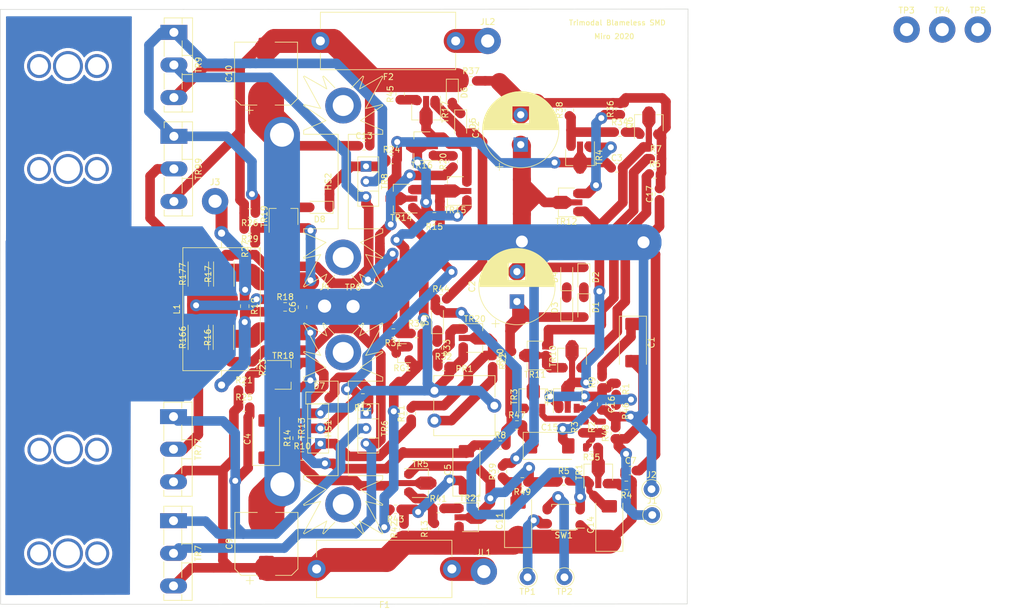
<source format=kicad_pcb>
(kicad_pcb (version 20171130) (host pcbnew 5.1.6-c6e7f7d~86~ubuntu18.04.1)
  (layers (0 F.Cu signal) (31 B.Cu signal) (34 B.Paste user) (35 F.Paste user) (36 B.SilkS user) (37 F.SilkS user) (38 B.Mask user) (39 F.Mask user) (44 Edge.Cuts user))
  (net 0 "")
  (net 1 "Net-(C1-Pad1)")
  (net 2 "Net-(C1-Pad2)")
  (net 3 "Net-(C2-Pad1)")
  (net 4 GND)
  (net 5 "Net-(C3-Pad2)")
  (net 6 "Net-(C3-Pad1)")
  (net 7 "Net-(C4-Pad1)")
  (net 8 "Net-(C5-Pad1)")
  (net 9 NFB)
  (net 10 "Net-(C6-Pad1)")
  (net 11 VAA)
  (net 12 VCC)
  (net 13 "Net-(C11-Pad2)")
  (net 14 "Net-(C12-Pad2)")
  (net 15 "Net-(C14-Pad2)")
  (net 16 "Net-(C15-Pad2)")
  (net 17 "Net-(C15-Pad1)")
  (net 18 "Net-(C16-Pad1)")
  (net 19 "Net-(D1-Pad1)")
  (net 20 "Net-(D3-Pad2)")
  (net 21 "Net-(D5-Pad2)")
  (net 22 "Net-(D5-Pad1)")
  (net 23 "Net-(D7-Pad2)")
  (net 24 "Net-(D7-Pad1)")
  (net 25 "Net-(D8-Pad1)")
  (net 26 "Net-(D8-Pad2)")
  (net 27 "Net-(D9-Pad1)")
  (net 28 "Net-(D9-Pad2)")
  (net 29 +24V)
  (net 30 -24V)
  (net 31 "Net-(J3-Pad1)")
  (net 32 "Net-(PR1-Pad1)")
  (net 33 "Net-(R2-Pad2)")
  (net 34 "Net-(R2-Pad1)")
  (net 35 "Net-(R3-Pad2)")
  (net 36 "Net-(R4-Pad2)")
  (net 37 "Net-(R49-Pad1)")
  (net 38 "Net-(R6-Pad1)")
  (net 39 "Net-(R7-Pad1)")
  (net 40 "Net-(R40-Pad1)")
  (net 41 "Net-(R10-Pad2)")
  (net 42 "Net-(R10-Pad1)")
  (net 43 "Net-(R11-Pad2)")
  (net 44 "Net-(R13-Pad2)")
  (net 45 "Net-(R15-Pad2)")
  (net 46 "Net-(R17-Pad2)")
  (net 47 "Net-(R20-Pad2)")
  (net 48 "Net-(R21-Pad2)")
  (net 49 "Net-(R25-Pad2)")
  (net 50 "Net-(R26-Pad1)")
  (net 51 "Net-(R27-Pad2)")
  (net 52 "Net-(R30-Pad2)")
  (net 53 "Net-(R30-Pad1)")
  (net 54 "Net-(R32-Pad1)")
  (net 55 "Net-(R34-Pad1)")
  (net 56 "Net-(R35-Pad1)")
  (net 57 "Net-(R36-Pad1)")
  (net 58 "Net-(R41-Pad2)")
  (net 59 "Net-(R45-Pad1)")
  (net 60 "Net-(TP6-Pad1)")
  (net 61 "Net-(R166-Pad1)")
  (net 62 "Net-(R177-Pad2)")
  (net 63 "Net-(R16-Pad1)")
  (net 64 "Net-(TP1-Pad1)")
  (net 65 "Net-(TP2-Pad1)")
  (net 66 "Net-(TP3-Pad1)")
  (net 67 "Net-(TP4-Pad1)")
  (net 68 "Net-(TP5-Pad1)")
  (net 69 "Net-(Q6-Pad1)")
  (net 70 "Net-(TR10-Pad1)")
  (net 71 "Net-(TR15-Pad3)")
  (module Heatsink:Heatsink_Fischer_SK104-STCB_35x13mm__2xDrill3.5mm_ScrewM3 (layer F.Cu) (at 88.9 102.235 90)
    (fp_text reference HS1 (at -0.025 -2.5 90) (layer F.SilkS))
    (fp_text value Heatsink)
    (pad 1 thru_hole circle (at -12.7 0 270) (size 6 6) (drill 3.5) (layers *.Cu *.Mask))
    (pad 1 thru_hole circle (at 12.7 0 90) (size 6 6) (drill 3.5) (layers *.Cu *.Mask))
  )
  (module Capacitor_SMD:CP_Elec_10x10 (layer F.Cu) (at 76.073 121.5385 90)
    (fp_text reference C9 (at 0 -6.2 90) (layer F.SilkS))
    (fp_text value 220UF)
    (pad 1 smd roundrect (at -4 0 90) (size 4 2.5) (layers F.Cu F.Paste F.Mask) (roundrect_rratio 0.1) (net 11 VAA))
    (pad 2 smd roundrect (at 4 0 90) (size 4 2.5) (layers F.Cu F.Paste F.Mask) (roundrect_rratio 0.1) (net 4 GND))
  )
  (module Resistor_SMD:R_0805_2012Metric (layer F.Cu) (at 73.787 92.0265 270)
    (fp_text reference R23 (at 0 -1.65 90) (layer F.SilkS))
    (fp_text value 270R)
    (pad 1 smd roundrect (at -0.9375 0 270) (size 0.975 1.4) (layers F.Cu F.Paste F.Mask) (net 63 "Net-(R16-Pad1)"))
    (pad 2 smd roundrect (at 0.9375 0 270) (size 0.975 1.4) (layers F.Cu F.Paste F.Mask) (net 48 "Net-(R21-Pad2)"))
  )
  (module Capacitor_SMD:CP_Elec_10x10 (layer F.Cu) (at 76.0095 42.9265 90)
    (fp_text reference C10 (at 0 -6.2 90) (layer F.SilkS))
    (fp_text value 220UF)
    (pad 2 smd roundrect (at 4 0 90) (size 4 2.5) (layers F.Cu F.Paste F.Mask) (roundrect_rratio 0.1) (net 12 VCC))
    (pad 1 smd roundrect (at -4 0 90) (size 4 2.5) (layers F.Cu F.Paste F.Mask) (roundrect_rratio 0.1) (net 4 GND))
  )
  (module Diode_SMD:D_SOD-123 (layer F.Cu) (at 129.0955 81.9775 270)
    (fp_text reference D1 (at 0 -2 90) (layer F.SilkS))
    (fp_text value 1N4148)
    (pad 1 smd rect (at -1.65 0 270) (size 0.9 1.2) (layers F.Cu F.Paste F.Mask) (net 19 "Net-(D1-Pad1)"))
    (pad 2 smd rect (at 1.65 0 270) (size 0.9 1.2) (layers F.Cu F.Paste F.Mask) (net 3 "Net-(C2-Pad1)"))
  )
  (module Diode_SMD:D_SOD-123 (layer F.Cu) (at 129.0955 76.963 270)
    (fp_text reference D2 (at 0 -2 90) (layer F.SilkS))
    (fp_text value 1N4148)
    (pad 1 smd rect (at -1.65 0 270) (size 0.9 1.2) (layers F.Cu F.Paste F.Mask) (net 4 GND))
    (pad 2 smd rect (at 1.65 0 270) (size 0.9 1.2) (layers F.Cu F.Paste F.Mask) (net 19 "Net-(D1-Pad1)"))
  )
  (module Diode_SMD:D_SOD-123 (layer F.Cu) (at 126.238 82.041 90)
    (fp_text reference D3 (at 0 -2 90) (layer F.SilkS))
    (fp_text value 1N4148)
    (pad 2 smd rect (at 1.65 0 90) (size 0.9 1.2) (layers F.Cu F.Paste F.Mask) (net 20 "Net-(D3-Pad2)"))
    (pad 1 smd rect (at -1.65 0 90) (size 0.9 1.2) (layers F.Cu F.Paste F.Mask) (net 3 "Net-(C2-Pad1)"))
  )
  (module Diode_SMD:D_SOD-123 (layer F.Cu) (at 126.238 76.962 90)
    (fp_text reference D4 (at 0 -2 90) (layer F.SilkS))
    (fp_text value 1N4148)
    (pad 1 smd rect (at -1.65 0 90) (size 0.9 1.2) (layers F.Cu F.Paste F.Mask) (net 20 "Net-(D3-Pad2)"))
    (pad 2 smd rect (at 1.65 0 90) (size 0.9 1.2) (layers F.Cu F.Paste F.Mask) (net 4 GND))
  )
  (module Diode_SMD:D_SOD-123 (layer F.Cu) (at 108.5215 51.2435 270)
    (fp_text reference D5 (at 0 -2 90) (layer F.SilkS))
    (fp_text value 1N4148)
    (pad 2 smd rect (at 1.65 0 270) (size 0.9 1.2) (layers F.Cu F.Paste F.Mask) (net 21 "Net-(D5-Pad2)"))
    (pad 1 smd rect (at -1.65 0 270) (size 0.9 1.2) (layers F.Cu F.Paste F.Mask) (net 22 "Net-(D5-Pad1)"))
  )
  (module Diode_SMD:D_SOD-123 (layer F.Cu) (at 107.1245 46.102 270)
    (fp_text reference D6 (at 0 -2 90) (layer F.SilkS))
    (fp_text value 1N4148)
    (pad 2 smd rect (at 1.65 0 270) (size 0.9 1.2) (layers F.Cu F.Paste F.Mask) (net 22 "Net-(D5-Pad1)"))
    (pad 1 smd rect (at -1.65 0 270) (size 0.9 1.2) (layers F.Cu F.Paste F.Mask) (net 12 VCC))
  )
  (module Diode_SMD:D_SOD-123 (layer F.Cu) (at 84.9005 97.155)
    (fp_text reference D7 (at 0 -2) (layer F.SilkS))
    (fp_text value 1N4148)
    (pad 2 smd rect (at 1.65 0) (size 0.9 1.2) (layers F.Cu F.Paste F.Mask) (net 23 "Net-(D7-Pad2)"))
    (pad 1 smd rect (at -1.65 0) (size 0.9 1.2) (layers F.Cu F.Paste F.Mask) (net 24 "Net-(D7-Pad1)"))
  )
  (module Diode_SMD:D_SOD-123 (layer F.Cu) (at 84.964 65.278 180)
    (fp_text reference D8 (at 0 -2) (layer F.SilkS))
    (fp_text value 1N4148)
    (pad 1 smd rect (at -1.65 0 180) (size 0.9 1.2) (layers F.Cu F.Paste F.Mask) (net 25 "Net-(D8-Pad1)"))
    (pad 2 smd rect (at 1.65 0 180) (size 0.9 1.2) (layers F.Cu F.Paste F.Mask) (net 26 "Net-(D8-Pad2)"))
  )
  (module Diode_SMD:D_SOD-123 (layer F.Cu) (at 104.648 84.1385 90)
    (fp_text reference D9 (at 0 -2 90) (layer F.SilkS))
    (fp_text value 1N4148)
    (pad 1 smd rect (at -1.65 0 90) (size 0.9 1.2) (layers F.Cu F.Paste F.Mask) (net 27 "Net-(D9-Pad1)"))
    (pad 2 smd rect (at 1.65 0 90) (size 0.9 1.2) (layers F.Cu F.Paste F.Mask) (net 28 "Net-(D9-Pad2)"))
  )
  (module Fuse:Fuseholder_Cylinder-5x20mm_Stelvio-Kontek_PTF78_Horizontal_Open (layer F.Cu) (at 107.055 125.73 180)
    (fp_text reference F1 (at 11.25 -6) (layer F.SilkS))
    (fp_text value Fuse)
    (pad 1 thru_hole circle (at 0 0 180) (size 3 3) (drill 1.5) (layers *.Cu *.Mask) (net 29 +24V))
    (pad 2 thru_hole circle (at 22.6 0 180) (size 3 3) (drill 1.5) (layers *.Cu *.Mask) (net 11 VAA))
  )
  (module Fuse:Fuseholder_Cylinder-5x20mm_Stelvio-Kontek_PTF78_Horizontal_Open (layer F.Cu) (at 107.69 37.465 180)
    (fp_text reference F2 (at 11.25 -6) (layer F.SilkS))
    (fp_text value Fuse)
    (pad 2 thru_hole circle (at 22.6 0 180) (size 3 3) (drill 1.5) (layers *.Cu *.Mask) (net 12 VCC))
    (pad 1 thru_hole circle (at 0 0 180) (size 3 3) (drill 1.5) (layers *.Cu *.Mask) (net 30 -24V))
  )
  (module Heatsink:Heatsink_Fischer_SK104-STCB_35x13mm__2xDrill3.5mm_ScrewM3 (layer F.Cu) (at 88.9 60.96 90)
    (fp_text reference HS2 (at -0.025 -2.5 90) (layer F.SilkS))
    (fp_text value Heatsink)
    (pad 1 thru_hole circle (at 12.7 0 90) (size 6 6) (drill 3.5) (layers *.Cu *.Mask))
    (pad 1 thru_hole circle (at -12.7 0 270) (size 6 6) (drill 3.5) (layers *.Cu *.Mask))
  )
  (module Connector_Pin:Pin_D1.3mm_L11.0mm (layer F.Cu) (at 140.5255 116.713 180)
    (fp_text reference J1 (at 0 2.4) (layer F.SilkS))
    (fp_text value Conn_01x01_Male)
    (pad 1 thru_hole circle (at 0 0 180) (size 2.6 2.6) (drill 1.3) (layers *.Cu *.Mask) (net 2 "Net-(C1-Pad2)"))
  )
  (module Connector_Pin:Pin_D1.3mm_L11.0mm (layer F.Cu) (at 140.3985 112.395 180)
    (fp_text reference J2 (at 0 2.4) (layer F.SilkS))
    (fp_text value Conn_01x01_Male)
    (pad 1 thru_hole circle (at 0 0 180) (size 2.6 2.6) (drill 1.3) (layers *.Cu *.Mask) (net 4 GND))
  )
  (module Inductor_THT:L_Axial_L20.3mm_D12.7mm_P25.40mm_Horizontal_Vishay_IHA-201 (layer F.Cu) (at 68.58 94.996 90)
    (fp_text reference L1 (at 12.7 -7.47 90) (layer F.SilkS))
    (fp_text value "10 TURNS")
    (pad 1 thru_hole circle (at 0 0 90) (size 2.4 2.4) (drill 1.2) (layers *.Cu *.Mask) (net 9 NFB))
    (pad 2 thru_hole oval (at 25.4 0 90) (size 2.4 2.4) (drill 1.2) (layers *.Cu *.Mask) (net 31 "Net-(J3-Pad1)"))
  )
  (module Potentiometer_THT:Potentiometer_ACP_CA9-V10_Vertical (layer F.Cu) (at 104.14 100.925)
    (fp_text reference PR1 (at 5 -8.65) (layer F.SilkS))
    (fp_text value 1K)
    (pad 3 thru_hole circle (at 0 -5) (size 2.34 2.34) (drill 1.3) (layers *.Cu *.Mask) (net 6 "Net-(C3-Pad1)"))
    (pad 2 thru_hole circle (at 10 -2.5) (size 2.34 2.34) (drill 1.3) (layers *.Cu *.Mask) (net 6 "Net-(C3-Pad1)"))
    (pad 1 thru_hole circle (at 0 0) (size 2.34 2.34) (drill 1.3) (layers *.Cu *.Mask) (net 32 "Net-(PR1-Pad1)"))
  )
  (module Package_TO_SOT_SMD:SOT-89-3 (layer F.Cu) (at 139.954 51.562 90)
    (fp_text reference Q6 (at 0.45 -3.2 90) (layer F.SilkS))
    (fp_text value Q_NPN_BCE)
    (pad 2 smd trapezoid (at 2.667 0) (size 1.6 0.85) (rect_delta 0 0.6) (layers F.Cu F.Paste F.Mask) (net 5 "Net-(C3-Pad2)"))
    (pad 1 smd rect (at -1.48 -1.5) (size 1 1.5) (layers F.Cu F.Paste F.Mask) (net 69 "Net-(Q6-Pad1)"))
    (pad 2 smd rect (at -1.3335 0) (size 1 1.8) (layers F.Cu F.Paste F.Mask) (net 5 "Net-(C3-Pad2)"))
    (pad 3 smd rect (at -1.48 1.5) (size 1 1.5) (layers F.Cu F.Paste F.Mask) (net 14 "Net-(C12-Pad2)"))
    (pad 2 smd rect (at 1.3335 0) (size 2.2 1.84) (layers F.Cu F.Paste F.Mask) (net 5 "Net-(C3-Pad2)"))
    (pad 2 smd trapezoid (at -0.0762 0 180) (size 1.5 1) (rect_delta 0 0.7) (layers F.Cu F.Paste F.Mask) (net 5 "Net-(C3-Pad2)"))
  )
  (module Package_TO_SOT_SMD:SOT-89-3 (layer F.Cu) (at 131.5085 109.982 90)
    (fp_text reference TR1 (at 0.45 -3.2 90) (layer F.SilkS))
    (fp_text value Q_PNP_BCE)
    (pad 2 smd trapezoid (at -0.0762 0 180) (size 1.5 1) (rect_delta 0 0.7) (layers F.Cu F.Paste F.Mask) (net 56 "Net-(R35-Pad1)"))
    (pad 2 smd rect (at 1.3335 0) (size 2.2 1.84) (layers F.Cu F.Paste F.Mask) (net 56 "Net-(R35-Pad1)"))
    (pad 3 smd rect (at -1.48 1.5) (size 1 1.5) (layers F.Cu F.Paste F.Mask) (net 36 "Net-(R4-Pad2)"))
    (pad 2 smd rect (at -1.3335 0) (size 1 1.8) (layers F.Cu F.Paste F.Mask) (net 56 "Net-(R35-Pad1)"))
    (pad 1 smd rect (at -1.48 -1.5) (size 1 1.5) (layers F.Cu F.Paste F.Mask) (net 15 "Net-(C14-Pad2)"))
    (pad 2 smd trapezoid (at 2.667 0) (size 1.6 0.85) (rect_delta 0 0.6) (layers F.Cu F.Paste F.Mask) (net 56 "Net-(R35-Pad1)"))
  )
  (module Package_TO_SOT_SMD:SOT-89-3 (layer F.Cu) (at 126.4045 97.3895 90)
    (fp_text reference TR2 (at 0.45 -3.2 90) (layer F.SilkS))
    (fp_text value Q_PNP_BCE)
    (pad 2 smd trapezoid (at -0.0762 0 180) (size 1.5 1) (rect_delta 0 0.7) (layers F.Cu F.Paste F.Mask) (net 5 "Net-(C3-Pad2)"))
    (pad 2 smd rect (at 1.3335 0) (size 2.2 1.84) (layers F.Cu F.Paste F.Mask) (net 5 "Net-(C3-Pad2)"))
    (pad 3 smd rect (at -1.48 1.5) (size 1 1.5) (layers F.Cu F.Paste F.Mask) (net 33 "Net-(R2-Pad2)"))
    (pad 2 smd rect (at -1.3335 0) (size 1 1.8) (layers F.Cu F.Paste F.Mask) (net 5 "Net-(C3-Pad2)"))
    (pad 1 smd rect (at -1.48 -1.5) (size 1 1.5) (layers F.Cu F.Paste F.Mask) (net 18 "Net-(C16-Pad1)"))
    (pad 2 smd trapezoid (at 2.667 0) (size 1.6 0.85) (rect_delta 0 0.6) (layers F.Cu F.Paste F.Mask) (net 5 "Net-(C3-Pad2)"))
  )
  (module Package_TO_SOT_SMD:SOT-89-3 (layer F.Cu) (at 120.65 97.409 90)
    (fp_text reference TR3 (at 0.45 -3.2 90) (layer F.SilkS))
    (fp_text value Q_PNP_BCE)
    (pad 2 smd trapezoid (at 2.667 0) (size 1.6 0.85) (rect_delta 0 0.6) (layers F.Cu F.Paste F.Mask) (net 70 "Net-(TR10-Pad1)"))
    (pad 1 smd rect (at -1.48 -1.5) (size 1 1.5) (layers F.Cu F.Paste F.Mask) (net 40 "Net-(R40-Pad1)"))
    (pad 2 smd rect (at -1.3335 0) (size 1 1.8) (layers F.Cu F.Paste F.Mask) (net 70 "Net-(TR10-Pad1)"))
    (pad 3 smd rect (at -1.48 1.5) (size 1 1.5) (layers F.Cu F.Paste F.Mask) (net 35 "Net-(R3-Pad2)"))
    (pad 2 smd rect (at 1.3335 0) (size 2.2 1.84) (layers F.Cu F.Paste F.Mask) (net 70 "Net-(TR10-Pad1)"))
    (pad 2 smd trapezoid (at -0.0762 0 180) (size 1.5 1) (rect_delta 0 0.7) (layers F.Cu F.Paste F.Mask) (net 70 "Net-(TR10-Pad1)"))
  )
  (module Package_TO_SOT_SMD:SOT-89-3 (layer F.Cu) (at 128.4605 56.515 270)
    (fp_text reference TR4 (at 0.45 -3.2 90) (layer F.SilkS))
    (fp_text value Q_NPN_BCE)
    (pad 2 smd trapezoid (at 2.667 0 180) (size 1.6 0.85) (rect_delta 0 0.6) (layers F.Cu F.Paste F.Mask) (net 6 "Net-(C3-Pad1)"))
    (pad 1 smd rect (at -1.48 -1.5 180) (size 1 1.5) (layers F.Cu F.Paste F.Mask) (net 57 "Net-(R36-Pad1)"))
    (pad 2 smd rect (at -1.3335 0 180) (size 1 1.8) (layers F.Cu F.Paste F.Mask) (net 6 "Net-(C3-Pad1)"))
    (pad 3 smd rect (at -1.48 1.5 180) (size 1 1.5) (layers F.Cu F.Paste F.Mask) (net 55 "Net-(R34-Pad1)"))
    (pad 2 smd rect (at 1.3335 0 180) (size 2.2 1.84) (layers F.Cu F.Paste F.Mask) (net 6 "Net-(C3-Pad1)"))
    (pad 2 smd trapezoid (at -0.0762 0) (size 1.5 1) (rect_delta 0 0.7) (layers F.Cu F.Paste F.Mask) (net 6 "Net-(C3-Pad1)"))
  )
  (module Package_TO_SOT_SMD:SOT-89-3 (layer F.Cu) (at 101.346 111.379)
    (fp_text reference TR5 (at 0.45 -3.2) (layer F.SilkS))
    (fp_text value Q_PNP_BCE)
    (pad 2 smd trapezoid (at 2.667 0 270) (size 1.6 0.85) (rect_delta 0 0.6) (layers F.Cu F.Paste F.Mask) (net 42 "Net-(R10-Pad1)"))
    (pad 1 smd rect (at -1.48 -1.5 270) (size 1 1.5) (layers F.Cu F.Paste F.Mask) (net 37 "Net-(R49-Pad1)"))
    (pad 2 smd rect (at -1.3335 0 270) (size 1 1.8) (layers F.Cu F.Paste F.Mask) (net 42 "Net-(R10-Pad1)"))
    (pad 3 smd rect (at -1.48 1.5 270) (size 1 1.5) (layers F.Cu F.Paste F.Mask) (net 44 "Net-(R13-Pad2)"))
    (pad 2 smd rect (at 1.3335 0 270) (size 2.2 1.84) (layers F.Cu F.Paste F.Mask) (net 42 "Net-(R10-Pad1)"))
    (pad 2 smd trapezoid (at -0.0762 0 90) (size 1.5 1) (rect_delta 0 0.7) (layers F.Cu F.Paste F.Mask) (net 42 "Net-(R10-Pad1)"))
  )
  (module Package_TO_SOT_THT:TO-126-3_Vertical (layer F.Cu) (at 92.71 99.695 270)
    (fp_text reference TR6 (at 2.54 -3.12 90) (layer F.SilkS))
    (fp_text value MJE13003)
    (pad 3 thru_hole oval (at 5.08 0 270) (size 1.8 1.8) (drill 1) (layers *.Cu *.Mask) (net 63 "Net-(R16-Pad1)"))
    (pad 2 thru_hole oval (at 2.54 0 270) (size 1.8 1.8) (drill 1) (layers *.Cu *.Mask) (net 49 "Net-(R25-Pad2)"))
    (pad 1 thru_hole rect (at 0 0 270) (size 1.8 1.8) (drill 1) (layers *.Cu *.Mask) (net 23 "Net-(D7-Pad2)"))
  )
  (module Package_TO_SOT_THT:TO-3P-3_Vertical (layer F.Cu) (at 60.5555 117.6655 270)
    (fp_text reference TR7 (at 5.45 -4.12 90) (layer F.SilkS))
    (fp_text value 2N3055)
    (pad 1 thru_hole rect (at 0 0 270) (size 2.5 4.5) (drill 1.5) (layers *.Cu *.Mask) (net 49 "Net-(R25-Pad2)"))
    (pad 2 thru_hole oval (at 5.45 0 270) (size 2.5 4.5) (drill 1.5) (layers *.Cu *.Mask) (net 63 "Net-(R16-Pad1)"))
    (pad 3 thru_hole oval (at 10.9 0 270) (size 2.5 4.5) (drill 1.5) (layers *.Cu *.Mask) (net 11 VAA))
  )
  (module Package_TO_SOT_THT:TO-126-3_Vertical (layer F.Cu) (at 92.71 58.42 270)
    (fp_text reference TR8 (at 2.54 -3.12 90) (layer F.SilkS))
    (fp_text value BCP51)
    (pad 1 thru_hole rect (at 0 0 270) (size 1.8 1.8) (drill 1) (layers *.Cu *.Mask) (net 25 "Net-(D8-Pad1)"))
    (pad 2 thru_hole oval (at 2.54 0 270) (size 1.8 1.8) (drill 1) (layers *.Cu *.Mask) (net 50 "Net-(R26-Pad1)"))
    (pad 3 thru_hole oval (at 5.08 0 270) (size 1.8 1.8) (drill 1) (layers *.Cu *.Mask) (net 46 "Net-(R17-Pad2)"))
  )
  (module Package_TO_SOT_THT:TO-3P-3_Vertical (layer F.Cu) (at 60.619 36.0265 270)
    (fp_text reference TR9 (at 5.45 -4.12 90) (layer F.SilkS))
    (fp_text value 2N3055)
    (pad 1 thru_hole rect (at 0 0 270) (size 2.5 4.5) (drill 1.5) (layers *.Cu *.Mask) (net 50 "Net-(R26-Pad1)"))
    (pad 2 thru_hole oval (at 5.45 0 270) (size 2.5 4.5) (drill 1.5) (layers *.Cu *.Mask) (net 46 "Net-(R17-Pad2)"))
    (pad 3 thru_hole oval (at 10.9 0 270) (size 2.5 4.5) (drill 1.5) (layers *.Cu *.Mask) (net 12 VCC))
  )
  (module Package_TO_SOT_SMD:SOT-89-3 (layer F.Cu) (at 127.127 90.6145 90)
    (fp_text reference TR10 (at 0.45 -3.2 90) (layer F.SilkS))
    (fp_text value Q_NPN_BCE)
    (pad 2 smd trapezoid (at 2.667 0) (size 1.6 0.85) (rect_delta 0 0.6) (layers F.Cu F.Paste F.Mask) (net 5 "Net-(C3-Pad2)"))
    (pad 1 smd rect (at -1.48 -1.5) (size 1 1.5) (layers F.Cu F.Paste F.Mask) (net 70 "Net-(TR10-Pad1)"))
    (pad 2 smd rect (at -1.3335 0) (size 1 1.8) (layers F.Cu F.Paste F.Mask) (net 5 "Net-(C3-Pad2)"))
    (pad 3 smd rect (at -1.48 1.5) (size 1 1.5) (layers F.Cu F.Paste F.Mask) (net 38 "Net-(R6-Pad1)"))
    (pad 2 smd rect (at 1.3335 0) (size 2.2 1.84) (layers F.Cu F.Paste F.Mask) (net 5 "Net-(C3-Pad2)"))
    (pad 2 smd trapezoid (at -0.0762 0 180) (size 1.5 1) (rect_delta 0 0.7) (layers F.Cu F.Paste F.Mask) (net 5 "Net-(C3-Pad2)"))
  )
  (module Package_TO_SOT_SMD:SOT-89-3 (layer F.Cu) (at 121.412 90.043 180)
    (fp_text reference TR11 (at 0.45 -3.2) (layer F.SilkS))
    (fp_text value Q_NPN_BCE)
    (pad 2 smd trapezoid (at -0.0762 0 270) (size 1.5 1) (rect_delta 0 0.7) (layers F.Cu F.Paste F.Mask) (net 70 "Net-(TR10-Pad1)"))
    (pad 2 smd rect (at 1.3335 0 90) (size 2.2 1.84) (layers F.Cu F.Paste F.Mask) (net 70 "Net-(TR10-Pad1)"))
    (pad 3 smd rect (at -1.48 1.5 90) (size 1 1.5) (layers F.Cu F.Paste F.Mask) (net 39 "Net-(R7-Pad1)"))
    (pad 2 smd rect (at -1.3335 0 90) (size 1 1.8) (layers F.Cu F.Paste F.Mask) (net 70 "Net-(TR10-Pad1)"))
    (pad 1 smd rect (at -1.48 -1.5 90) (size 1 1.5) (layers F.Cu F.Paste F.Mask) (net 70 "Net-(TR10-Pad1)"))
    (pad 2 smd trapezoid (at 2.667 0 90) (size 1.6 0.85) (rect_delta 0 0.6) (layers F.Cu F.Paste F.Mask) (net 70 "Net-(TR10-Pad1)"))
  )
  (module Package_TO_SOT_SMD:SOT-89-3 (layer F.Cu) (at 126.619 64.4525 180)
    (fp_text reference TR12 (at 0.45 -3.2) (layer F.SilkS))
    (fp_text value Q_NPN_BCE)
    (pad 2 smd trapezoid (at -0.0762 0 270) (size 1.5 1) (rect_delta 0 0.7) (layers F.Cu F.Paste F.Mask) (net 4 GND))
    (pad 2 smd rect (at 1.3335 0 90) (size 2.2 1.84) (layers F.Cu F.Paste F.Mask) (net 4 GND))
    (pad 3 smd rect (at -1.48 1.5 90) (size 1 1.5) (layers F.Cu F.Paste F.Mask) (net 57 "Net-(R36-Pad1)"))
    (pad 2 smd rect (at -1.3335 0 90) (size 1 1.8) (layers F.Cu F.Paste F.Mask) (net 4 GND))
    (pad 1 smd rect (at -1.48 -1.5 90) (size 1 1.5) (layers F.Cu F.Paste F.Mask) (net 5 "Net-(C3-Pad2)"))
    (pad 2 smd trapezoid (at 2.667 0 90) (size 1.6 0.85) (rect_delta 0 0.6) (layers F.Cu F.Paste F.Mask) (net 4 GND))
  )
  (module Package_TO_SOT_THT:TO-126-3_Vertical (layer F.Cu) (at 85.09 104.775 90)
    (fp_text reference TR13 (at 2.54 -3.12 90) (layer F.SilkS))
    (fp_text value MJE13003)
    (pad 1 thru_hole rect (at 0 0 90) (size 1.8 1.8) (drill 1) (layers *.Cu *.Mask) (net 41 "Net-(R10-Pad2)"))
    (pad 2 thru_hole oval (at 2.54 0 90) (size 1.8 1.8) (drill 1) (layers *.Cu *.Mask) (net 7 "Net-(C4-Pad1)"))
    (pad 3 thru_hole oval (at 5.08 0 90) (size 1.8 1.8) (drill 1) (layers *.Cu *.Mask) (net 6 "Net-(C3-Pad1)"))
  )
  (module Package_TO_SOT_SMD:SOT-89-3 (layer F.Cu) (at 99.0473 63.8175 180)
    (fp_text reference TR14 (at 0.45 -3.2) (layer F.SilkS))
    (fp_text value Q_PNP_BCE)
    (pad 2 smd trapezoid (at -0.0762 0 270) (size 1.5 1) (rect_delta 0 0.7) (layers F.Cu F.Paste F.Mask) (net 6 "Net-(C3-Pad1)"))
    (pad 2 smd rect (at 1.3335 0 90) (size 2.2 1.84) (layers F.Cu F.Paste F.Mask) (net 6 "Net-(C3-Pad1)"))
    (pad 3 smd rect (at -1.48 1.5 90) (size 1 1.5) (layers F.Cu F.Paste F.Mask) (net 7 "Net-(C4-Pad1)"))
    (pad 2 smd rect (at -1.3335 0 90) (size 1 1.8) (layers F.Cu F.Paste F.Mask) (net 6 "Net-(C3-Pad1)"))
    (pad 1 smd rect (at -1.48 -1.5 90) (size 1 1.5) (layers F.Cu F.Paste F.Mask) (net 45 "Net-(R15-Pad2)"))
    (pad 2 smd trapezoid (at 2.667 0 90) (size 1.6 0.85) (rect_delta 0 0.6) (layers F.Cu F.Paste F.Mask) (net 6 "Net-(C3-Pad1)"))
  )
  (module Package_TO_SOT_SMD:SOT-89-3 (layer F.Cu) (at 108.077 62.5475 180)
    (fp_text reference TR15 (at 0.45 -3.2) (layer F.SilkS))
    (fp_text value Q_NPN_BCE)
    (pad 2 smd trapezoid (at 2.667 0 90) (size 1.6 0.85) (rect_delta 0 0.6) (layers F.Cu F.Paste F.Mask) (net 7 "Net-(C4-Pad1)"))
    (pad 1 smd rect (at -1.48 -1.5 90) (size 1 1.5) (layers F.Cu F.Paste F.Mask) (net 53 "Net-(R30-Pad1)"))
    (pad 2 smd rect (at -1.3335 0 90) (size 1 1.8) (layers F.Cu F.Paste F.Mask) (net 7 "Net-(C4-Pad1)"))
    (pad 3 smd rect (at -1.48 1.5 90) (size 1 1.5) (layers F.Cu F.Paste F.Mask) (net 71 "Net-(TR15-Pad3)"))
    (pad 2 smd rect (at 1.3335 0 90) (size 2.2 1.84) (layers F.Cu F.Paste F.Mask) (net 7 "Net-(C4-Pad1)"))
    (pad 2 smd trapezoid (at -0.0762 0 270) (size 1.5 1) (rect_delta 0 0.7) (layers F.Cu F.Paste F.Mask) (net 7 "Net-(C4-Pad1)"))
  )
  (module Package_TO_SOT_SMD:SOT-89-3 (layer F.Cu) (at 102.489 55.0545 180)
    (fp_text reference TR16 (at 0.45 -3.2) (layer F.SilkS))
    (fp_text value Q_NPN_BCE)
    (pad 2 smd trapezoid (at 2.667 0 90) (size 1.6 0.85) (rect_delta 0 0.6) (layers F.Cu F.Paste F.Mask) (net 45 "Net-(R15-Pad2)"))
    (pad 1 smd rect (at -1.48 -1.5 90) (size 1 1.5) (layers F.Cu F.Paste F.Mask) (net 47 "Net-(R20-Pad2)"))
    (pad 2 smd rect (at -1.3335 0 90) (size 1 1.8) (layers F.Cu F.Paste F.Mask) (net 45 "Net-(R15-Pad2)"))
    (pad 3 smd rect (at -1.48 1.5 90) (size 1 1.5) (layers F.Cu F.Paste F.Mask) (net 71 "Net-(TR15-Pad3)"))
    (pad 2 smd rect (at 1.3335 0 90) (size 2.2 1.84) (layers F.Cu F.Paste F.Mask) (net 45 "Net-(R15-Pad2)"))
    (pad 2 smd trapezoid (at -0.0762 0 270) (size 1.5 1) (rect_delta 0 0.7) (layers F.Cu F.Paste F.Mask) (net 45 "Net-(R15-Pad2)"))
  )
  (module Package_TO_SOT_SMD:SOT-89-3 (layer F.Cu) (at 102.743 48.895 270)
    (fp_text reference TR17 (at 0.45 -3.2 90) (layer F.SilkS))
    (fp_text value Q_NPN_BCE)
    (pad 2 smd trapezoid (at 2.667 0 180) (size 1.6 0.85) (rect_delta 0 0.6) (layers F.Cu F.Paste F.Mask) (net 71 "Net-(TR15-Pad3)"))
    (pad 1 smd rect (at -1.48 -1.5 180) (size 1 1.5) (layers F.Cu F.Paste F.Mask) (net 21 "Net-(D5-Pad2)"))
    (pad 2 smd rect (at -1.3335 0 180) (size 1 1.8) (layers F.Cu F.Paste F.Mask) (net 71 "Net-(TR15-Pad3)"))
    (pad 3 smd rect (at -1.48 1.5 180) (size 1 1.5) (layers F.Cu F.Paste F.Mask) (net 59 "Net-(R45-Pad1)"))
    (pad 2 smd rect (at 1.3335 0 180) (size 2.2 1.84) (layers F.Cu F.Paste F.Mask) (net 71 "Net-(TR15-Pad3)"))
    (pad 2 smd trapezoid (at -0.0762 0) (size 1.5 1) (rect_delta 0 0.7) (layers F.Cu F.Paste F.Mask) (net 71 "Net-(TR15-Pad3)"))
  )
  (module Package_TO_SOT_SMD:SOT-89-3 (layer F.Cu) (at 78.4225 93.2815)
    (fp_text reference TR18 (at 0.45 -3.2) (layer F.SilkS))
    (fp_text value Q_NPN_BCE)
    (pad 2 smd trapezoid (at 2.667 0 270) (size 1.6 0.85) (rect_delta 0 0.6) (layers F.Cu F.Paste F.Mask) (net 24 "Net-(D7-Pad1)"))
    (pad 1 smd rect (at -1.48 -1.5 270) (size 1 1.5) (layers F.Cu F.Paste F.Mask) (net 48 "Net-(R21-Pad2)"))
    (pad 2 smd rect (at -1.3335 0 270) (size 1 1.8) (layers F.Cu F.Paste F.Mask) (net 24 "Net-(D7-Pad1)"))
    (pad 3 smd rect (at -1.48 1.5 270) (size 1 1.5) (layers F.Cu F.Paste F.Mask) (net 9 NFB))
    (pad 2 smd rect (at 1.3335 0 270) (size 2.2 1.84) (layers F.Cu F.Paste F.Mask) (net 24 "Net-(D7-Pad1)"))
    (pad 2 smd trapezoid (at -0.0762 0 90) (size 1.5 1) (rect_delta 0 0.7) (layers F.Cu F.Paste F.Mask) (net 24 "Net-(D7-Pad1)"))
  )
  (module Package_TO_SOT_SMD:SOT-89-3 (layer F.Cu) (at 78.9305 67.2465 90)
    (fp_text reference TR19 (at 0.45 -3.2 90) (layer F.SilkS))
    (fp_text value Q_PNP_BCE)
    (pad 2 smd trapezoid (at -0.0762 0 180) (size 1.5 1) (rect_delta 0 0.7) (layers F.Cu F.Paste F.Mask) (net 26 "Net-(D8-Pad2)"))
    (pad 2 smd rect (at 1.3335 0) (size 2.2 1.84) (layers F.Cu F.Paste F.Mask) (net 26 "Net-(D8-Pad2)"))
    (pad 3 smd rect (at -1.48 1.5) (size 1 1.5) (layers F.Cu F.Paste F.Mask) (net 9 NFB))
    (pad 2 smd rect (at -1.3335 0) (size 1 1.8) (layers F.Cu F.Paste F.Mask) (net 26 "Net-(D8-Pad2)"))
    (pad 1 smd rect (at -1.48 -1.5) (size 1 1.5) (layers F.Cu F.Paste F.Mask) (net 51 "Net-(R27-Pad2)"))
    (pad 2 smd trapezoid (at 2.667 0) (size 1.6 0.85) (rect_delta 0 0.6) (layers F.Cu F.Paste F.Mask) (net 26 "Net-(D8-Pad2)"))
  )
  (module Package_TO_SOT_SMD:SOT-89-3 (layer F.Cu) (at 110.4265 87.122)
    (fp_text reference TR20 (at 0.45 -3.2) (layer F.SilkS))
    (fp_text value Q_NPN_BCE)
    (pad 2 smd trapezoid (at -0.0762 0 90) (size 1.5 1) (rect_delta 0 0.7) (layers F.Cu F.Paste F.Mask) (net 43 "Net-(R11-Pad2)"))
    (pad 2 smd rect (at 1.3335 0 270) (size 2.2 1.84) (layers F.Cu F.Paste F.Mask) (net 43 "Net-(R11-Pad2)"))
    (pad 3 smd rect (at -1.48 1.5 270) (size 1 1.5) (layers F.Cu F.Paste F.Mask) (net 6 "Net-(C3-Pad1)"))
    (pad 2 smd rect (at -1.3335 0 270) (size 1 1.8) (layers F.Cu F.Paste F.Mask) (net 43 "Net-(R11-Pad2)"))
    (pad 1 smd rect (at -1.48 -1.5 270) (size 1 1.5) (layers F.Cu F.Paste F.Mask) (net 54 "Net-(R32-Pad1)"))
    (pad 2 smd trapezoid (at 2.667 0 270) (size 1.6 0.85) (rect_delta 0 0.6) (layers F.Cu F.Paste F.Mask) (net 43 "Net-(R11-Pad2)"))
  )
  (module Package_TO_SOT_SMD:SOT-89-3 (layer F.Cu) (at 109.728 117.094)
    (fp_text reference TR21 (at 0.45 -3.2) (layer F.SilkS))
    (fp_text value Q_PNP_BCE)
    (pad 2 smd trapezoid (at -0.0762 0 90) (size 1.5 1) (rect_delta 0 0.7) (layers F.Cu F.Paste F.Mask) (net 37 "Net-(R49-Pad1)"))
    (pad 2 smd rect (at 1.3335 0 270) (size 2.2 1.84) (layers F.Cu F.Paste F.Mask) (net 37 "Net-(R49-Pad1)"))
    (pad 3 smd rect (at -1.48 1.5 270) (size 1 1.5) (layers F.Cu F.Paste F.Mask) (net 11 VAA))
    (pad 2 smd rect (at -1.3335 0 270) (size 1 1.8) (layers F.Cu F.Paste F.Mask) (net 37 "Net-(R49-Pad1)"))
    (pad 1 smd rect (at -1.48 -1.5 270) (size 1 1.5) (layers F.Cu F.Paste F.Mask) (net 58 "Net-(R41-Pad2)"))
    (pad 2 smd trapezoid (at 2.667 0 270) (size 1.6 0.85) (rect_delta 0 0.6) (layers F.Cu F.Paste F.Mask) (net 37 "Net-(R49-Pad1)"))
  )
  (module Package_TO_SOT_THT:TO-3P-3_Vertical (layer F.Cu) (at 60.619 53.4035 270)
    (fp_text reference TR99 (at 5.45 -4.12 90) (layer F.SilkS))
    (fp_text value 2N3055)
    (pad 3 thru_hole oval (at 10.9 0 270) (size 2.5 4.5) (drill 1.5) (layers *.Cu *.Mask) (net 12 VCC))
    (pad 2 thru_hole oval (at 5.45 0 270) (size 2.5 4.5) (drill 1.5) (layers *.Cu *.Mask) (net 62 "Net-(R177-Pad2)"))
    (pad 1 thru_hole rect (at 0 0 270) (size 2.5 4.5) (drill 1.5) (layers *.Cu *.Mask) (net 50 "Net-(R26-Pad1)"))
  )
  (module Resistor_SMD:R_2512_6332Metric (layer F.Cu) (at 68.8975 87.016 90)
    (fp_text reference R16 (at 0 -2.62 90) (layer F.SilkS))
    (fp_text value 0R1)
    (pad 1 smd roundrect (at -2.9 0 90) (size 1.35 3.35) (layers F.Cu F.Paste F.Mask) (roundrect_rratio 0.185185) (net 63 "Net-(R16-Pad1)"))
    (pad 2 smd roundrect (at 2.9 0 90) (size 1.35 3.35) (layers F.Cu F.Paste F.Mask) (roundrect_rratio 0.185185) (net 9 NFB))
  )
  (module Resistor_SMD:R_2512_6332Metric (layer F.Cu) (at 68.961 76.433 90)
    (fp_text reference R17 (at 0 -2.62 90) (layer F.SilkS))
    (fp_text value 0R1)
    (pad 2 smd roundrect (at 2.9 0 90) (size 1.35 3.35) (layers F.Cu F.Paste F.Mask) (roundrect_rratio 0.185185) (net 46 "Net-(R17-Pad2)"))
    (pad 1 smd roundrect (at -2.9 0 90) (size 1.35 3.35) (layers F.Cu F.Paste F.Mask) (roundrect_rratio 0.185185) (net 9 NFB))
  )
  (module Capacitor_SMD:C_0805_2012Metric (layer F.Cu) (at 134.605 58.674)
    (fp_text reference C3 (at 0 -1.65) (layer F.SilkS))
    (fp_text value 100PF)
    (pad 2 smd roundrect (at 0.9375 0) (size 0.975 1.4) (layers F.Cu F.Paste F.Mask) (net 5 "Net-(C3-Pad2)"))
    (pad 1 smd roundrect (at -0.9375 0) (size 0.975 1.4) (layers F.Cu F.Paste F.Mask) (net 6 "Net-(C3-Pad1)"))
  )
  (module Capacitor_SMD:C_0805_2012Metric (layer F.Cu) (at 82.1055 81.9635 90)
    (fp_text reference C6 (at 0 -1.65 90) (layer F.SilkS))
    (fp_text value 100NF)
    (pad 2 smd roundrect (at 0.9375 0 90) (size 0.975 1.4) (layers F.Cu F.Paste F.Mask) (net 4 GND))
    (pad 1 smd roundrect (at -0.9375 0 90) (size 0.975 1.4) (layers F.Cu F.Paste F.Mask) (net 10 "Net-(C6-Pad1)"))
  )
  (module Capacitor_SMD:C_0805_2012Metric (layer F.Cu) (at 136.921 109.2835)
    (fp_text reference C7 (at 0 -1.65) (layer F.SilkS))
    (fp_text value 100NF)
    (pad 1 smd roundrect (at -0.9375 0) (size 0.975 1.4) (layers F.Cu F.Paste F.Mask) (net 11 VAA))
    (pad 2 smd roundrect (at 0.9375 0) (size 0.975 1.4) (layers F.Cu F.Paste F.Mask) (net 4 GND))
  )
  (module Capacitor_SMD:C_0805_2012Metric (layer F.Cu) (at 92.3925 54.991)
    (fp_text reference C13 (at 0 -1.65) (layer F.SilkS))
    (fp_text value 100NF)
    (pad 2 smd roundrect (at 0.9375 0) (size 0.975 1.4) (layers F.Cu F.Paste F.Mask) (net 12 VCC))
    (pad 1 smd roundrect (at -0.9375 0) (size 0.975 1.4) (layers F.Cu F.Paste F.Mask) (net 4 GND))
  )
  (module Capacitor_SMD:C_0805_2012Metric (layer F.Cu) (at 132.08 98.2195 270)
    (fp_text reference C16 (at 0 -1.65 90) (layer F.SilkS))
    (fp_text value 100PF)
    (pad 1 smd roundrect (at -0.9375 0 270) (size 0.975 1.4) (layers F.Cu F.Paste F.Mask) (net 18 "Net-(C16-Pad1)"))
    (pad 2 smd roundrect (at 0.9375 0 270) (size 0.975 1.4) (layers F.Cu F.Paste F.Mask) (net 4 GND))
  )
  (module Capacitor_SMD:C_0805_2012Metric (layer F.Cu) (at 141.732 63.0705 90)
    (fp_text reference C17 (at 0 -1.65 90) (layer F.SilkS))
    (fp_text value 100NF)
    (pad 1 smd roundrect (at -0.9375 0 90) (size 0.975 1.4) (layers F.Cu F.Paste F.Mask) (net 4 GND))
    (pad 2 smd roundrect (at 0.9375 0 90) (size 0.975 1.4) (layers F.Cu F.Paste F.Mask) (net 14 "Net-(C12-Pad2)"))
  )
  (module Resistor_SMD:R_0805_2012Metric (layer F.Cu) (at 134.493 95.646 270)
    (fp_text reference R1 (at 0 -1.65 90) (layer F.SilkS))
    (fp_text value 1K1)
    (pad 1 smd roundrect (at -0.9375 0 270) (size 0.975 1.4) (layers F.Cu F.Paste F.Mask) (net 18 "Net-(C16-Pad1)"))
    (pad 2 smd roundrect (at 0.9375 0 270) (size 0.975 1.4) (layers F.Cu F.Paste F.Mask) (net 16 "Net-(C15-Pad2)"))
  )
  (module Resistor_SMD:R_0805_2012Metric (layer F.Cu) (at 132.08 102.0295 90)
    (fp_text reference R2 (at 0 -1.65 90) (layer F.SilkS))
    (fp_text value 100R)
    (pad 2 smd roundrect (at 0.9375 0 90) (size 0.975 1.4) (layers F.Cu F.Paste F.Mask) (net 33 "Net-(R2-Pad2)"))
    (pad 1 smd roundrect (at -0.9375 0 90) (size 0.975 1.4) (layers F.Cu F.Paste F.Mask) (net 34 "Net-(R2-Pad1)"))
  )
  (module Resistor_SMD:R_0805_2012Metric (layer F.Cu) (at 129.2225 102.0295 90)
    (fp_text reference R3 (at 0 -1.65 90) (layer F.SilkS))
    (fp_text value 100R)
    (pad 1 smd roundrect (at -0.9375 0 90) (size 0.975 1.4) (layers F.Cu F.Paste F.Mask) (net 34 "Net-(R2-Pad1)"))
    (pad 2 smd roundrect (at 0.9375 0 90) (size 0.975 1.4) (layers F.Cu F.Paste F.Mask) (net 35 "Net-(R3-Pad2)"))
  )
  (module Resistor_SMD:R_0805_2012Metric (layer F.Cu) (at 136.1925 111.76 180)
    (fp_text reference R4 (at 0 -1.65) (layer F.SilkS))
    (fp_text value 100R)
    (pad 1 smd roundrect (at -0.9375 0 180) (size 0.975 1.4) (layers F.Cu F.Paste F.Mask) (net 11 VAA))
    (pad 2 smd roundrect (at 0.9375 0 180) (size 0.975 1.4) (layers F.Cu F.Paste F.Mask) (net 36 "Net-(R4-Pad2)"))
  )
  (module Resistor_SMD:R_0805_2012Metric (layer F.Cu) (at 125.745 110.998)
    (fp_text reference R5 (at 0 -1.65) (layer F.SilkS))
    (fp_text value 2K2)
    (pad 2 smd roundrect (at 0.9375 0) (size 0.975 1.4) (layers F.Cu F.Paste F.Mask) (net 15 "Net-(C14-Pad2)"))
    (pad 1 smd roundrect (at -0.9375 0) (size 0.975 1.4) (layers F.Cu F.Paste F.Mask) (net 37 "Net-(R49-Pad1)"))
  )
  (module Resistor_SMD:R_0805_2012Metric (layer F.Cu) (at 140.97 59.69)
    (fp_text reference R6 (at 0 -1.65) (layer F.SilkS))
    (fp_text value 68R)
    (pad 2 smd roundrect (at 0.9375 0) (size 0.975 1.4) (layers F.Cu F.Paste F.Mask) (net 14 "Net-(C12-Pad2)"))
    (pad 1 smd roundrect (at -0.9375 0) (size 0.975 1.4) (layers F.Cu F.Paste F.Mask) (net 38 "Net-(R6-Pad1)"))
  )
  (module Resistor_SMD:R_0805_2012Metric (layer F.Cu) (at 141.12 57.15)
    (fp_text reference R7 (at 0 -1.65) (layer F.SilkS))
    (fp_text value 68R)
    (pad 1 smd roundrect (at -0.9375 0) (size 0.975 1.4) (layers F.Cu F.Paste F.Mask) (net 39 "Net-(R7-Pad1)"))
    (pad 2 smd roundrect (at 0.9375 0) (size 0.975 1.4) (layers F.Cu F.Paste F.Mask) (net 14 "Net-(C12-Pad2)"))
  )
  (module Resistor_SMD:R_0805_2012Metric (layer F.Cu) (at 115.1405 105.029)
    (fp_text reference R8 (at 0 -1.65) (layer F.SilkS))
    (fp_text value 2K2)
    (pad 1 smd roundrect (at -0.9375 0) (size 0.975 1.4) (layers F.Cu F.Paste F.Mask) (net 9 NFB))
    (pad 2 smd roundrect (at 0.9375 0) (size 0.975 1.4) (layers F.Cu F.Paste F.Mask) (net 40 "Net-(R40-Pad1)"))
  )
  (module Resistor_SMD:R_0805_2012Metric (layer F.Cu) (at 132.1435 94.5365 90)
    (fp_text reference R9 (at 0 -1.65 90) (layer F.SilkS))
    (fp_text value 10R)
    (pad 2 smd roundrect (at 0.9375 0 90) (size 0.975 1.4) (layers F.Cu F.Paste F.Mask) (net 1 "Net-(C1-Pad1)"))
    (pad 1 smd roundrect (at -0.9375 0 90) (size 0.975 1.4) (layers F.Cu F.Paste F.Mask) (net 18 "Net-(C16-Pad1)"))
  )
  (module Resistor_SMD:R_0805_2012Metric (layer F.Cu) (at 82.057 106.8555)
    (fp_text reference R10 (at 0 -1.65) (layer F.SilkS))
    (fp_text value 680R)
    (pad 2 smd roundrect (at 0.9375 0) (size 0.975 1.4) (layers F.Cu F.Paste F.Mask) (net 41 "Net-(R10-Pad2)"))
    (pad 1 smd roundrect (at -0.9375 0) (size 0.975 1.4) (layers F.Cu F.Paste F.Mask) (net 42 "Net-(R10-Pad1)"))
  )
  (module Resistor_SMD:R_0805_2012Metric (layer F.Cu) (at 100.2665 99.7585 90)
    (fp_text reference R11 (at 0 -1.65 90) (layer F.SilkS))
    (fp_text value 270R)
    (pad 2 smd roundrect (at 0.9375 0 90) (size 0.975 1.4) (layers F.Cu F.Paste F.Mask) (net 43 "Net-(R11-Pad2)"))
    (pad 1 smd roundrect (at -0.9375 0 90) (size 0.975 1.4) (layers F.Cu F.Paste F.Mask) (net 41 "Net-(R10-Pad2)"))
  )
  (module Resistor_SMD:R_0805_2012Metric (layer F.Cu) (at 92.187 97.155 180)
    (fp_text reference R12 (at 0 -1.65) (layer F.SilkS))
    (fp_text value 100R)
    (pad 1 smd roundrect (at -0.9375 0 180) (size 0.975 1.4) (layers F.Cu F.Paste F.Mask) (net 23 "Net-(D7-Pad2)"))
    (pad 2 smd roundrect (at 0.9375 0 180) (size 0.975 1.4) (layers F.Cu F.Paste F.Mask) (net 7 "Net-(C4-Pad1)"))
  )
  (module Resistor_SMD:R_0805_2012Metric (layer F.Cu) (at 104.14 119.0475 90)
    (fp_text reference R13 (at 0 -1.65 90) (layer F.SilkS))
    (fp_text value 68R)
    (pad 2 smd roundrect (at 0.9375 0 90) (size 0.975 1.4) (layers F.Cu F.Paste F.Mask) (net 44 "Net-(R13-Pad2)"))
    (pad 1 smd roundrect (at -0.9375 0 90) (size 0.975 1.4) (layers F.Cu F.Paste F.Mask) (net 11 VAA))
  )
  (module Resistor_SMD:R_0805_2012Metric (layer F.Cu) (at 81.2165 103.871 90)
    (fp_text reference R14 (at 0 -1.65 90) (layer F.SilkS))
    (fp_text value 16R)
    (pad 1 smd roundrect (at -0.9375 0 90) (size 0.975 1.4) (layers F.Cu F.Paste F.Mask) (net 42 "Net-(R10-Pad1)"))
    (pad 2 smd roundrect (at 0.9375 0 90) (size 0.975 1.4) (layers F.Cu F.Paste F.Mask) (net 7 "Net-(C4-Pad1)"))
  )
  (module Resistor_SMD:R_0805_2012Metric (layer F.Cu) (at 104.125 66.8655 180)
    (fp_text reference R15 (at 0 -1.65) (layer F.SilkS))
    (fp_text value 2K2)
    (pad 1 smd roundrect (at -0.9375 0 180) (size 0.975 1.4) (layers F.Cu F.Paste F.Mask) (net 7 "Net-(C4-Pad1)"))
    (pad 2 smd roundrect (at 0.9375 0 180) (size 0.975 1.4) (layers F.Cu F.Paste F.Mask) (net 45 "Net-(R15-Pad2)"))
  )
  (module Resistor_SMD:R_0805_2012Metric (layer F.Cu) (at 79.1995 81.915)
    (fp_text reference R18 (at 0 -1.65) (layer F.SilkS))
    (fp_text value 10R)
    (pad 2 smd roundrect (at 0.9375 0) (size 0.975 1.4) (layers F.Cu F.Paste F.Mask) (net 10 "Net-(C6-Pad1)"))
    (pad 1 smd roundrect (at -0.9375 0) (size 0.975 1.4) (layers F.Cu F.Paste F.Mask) (net 9 NFB))
  )
  (module Resistor_SMD:R_0805_2012Metric (layer F.Cu) (at 72.4535 81.803 270)
    (fp_text reference R19 (at 0 -1.65 90) (layer F.SilkS))
    (fp_text value 10R)
    (pad 1 smd roundrect (at -0.9375 0 270) (size 0.975 1.4) (layers F.Cu F.Paste F.Mask) (net 31 "Net-(J3-Pad1)"))
    (pad 2 smd roundrect (at 0.9375 0 270) (size 0.975 1.4) (layers F.Cu F.Paste F.Mask) (net 9 NFB))
  )
  (module Resistor_SMD:R_0805_2012Metric (layer F.Cu) (at 107.2515 57.6095 90)
    (fp_text reference R20 (at 0 -1.65 90) (layer F.SilkS))
    (fp_text value 1K)
    (pad 1 smd roundrect (at -0.9375 0 90) (size 0.975 1.4) (layers F.Cu F.Paste F.Mask) (net 63 "Net-(R16-Pad1)"))
    (pad 2 smd roundrect (at 0.9375 0 90) (size 0.975 1.4) (layers F.Cu F.Paste F.Mask) (net 47 "Net-(R20-Pad2)"))
  )
  (module Resistor_SMD:R_0805_2012Metric (layer F.Cu) (at 72.3415 95.8215)
    (fp_text reference R21 (at 0 -1.65) (layer F.SilkS))
    (fp_text value 22K)
    (pad 2 smd roundrect (at 0.9375 0) (size 0.975 1.4) (layers F.Cu F.Paste F.Mask) (net 48 "Net-(R21-Pad2)"))
    (pad 1 smd roundrect (at -0.9375 0) (size 0.975 1.4) (layers F.Cu F.Paste F.Mask) (net 11 VAA))
  )
  (module Resistor_SMD:R_0805_2012Metric (layer F.Cu) (at 113.8555 90.9805 270)
    (fp_text reference R22 (at 0 -1.65 90) (layer F.SilkS))
    (fp_text value 100R)
    (pad 2 smd roundrect (at 0.9375 0 270) (size 0.975 1.4) (layers F.Cu F.Paste F.Mask) (net 32 "Net-(PR1-Pad1)"))
    (pad 1 smd roundrect (at -0.9375 0 270) (size 0.975 1.4) (layers F.Cu F.Paste F.Mask) (net 43 "Net-(R11-Pad2)"))
  )
  (module Resistor_SMD:R_0805_2012Metric (layer F.Cu) (at 96.9795 57.277)
    (fp_text reference R24 (at 0 -1.65) (layer F.SilkS))
    (fp_text value 100R)
    (pad 2 smd roundrect (at 0.9375 0) (size 0.975 1.4) (layers F.Cu F.Paste F.Mask) (net 6 "Net-(C3-Pad1)"))
    (pad 1 smd roundrect (at -0.9375 0) (size 0.975 1.4) (layers F.Cu F.Paste F.Mask) (net 25 "Net-(D8-Pad1)"))
  )
  (module Resistor_SMD:R_0805_2012Metric (layer F.Cu) (at 72.3415 98.679)
    (fp_text reference R25 (at 0 -1.65) (layer F.SilkS))
    (fp_text value 100R)
    (pad 1 smd roundrect (at -0.9375 0) (size 0.975 1.4) (layers F.Cu F.Paste F.Mask) (net 11 VAA))
    (pad 2 smd roundrect (at 0.9375 0) (size 0.975 1.4) (layers F.Cu F.Paste F.Mask) (net 49 "Net-(R25-Pad2)"))
  )
  (module Resistor_SMD:R_0805_2012Metric (layer F.Cu) (at 73.294 66.2305 180)
    (fp_text reference R26 (at 0 -1.65) (layer F.SilkS))
    (fp_text value 100R)
    (pad 2 smd roundrect (at 0.9375 0 180) (size 0.975 1.4) (layers F.Cu F.Paste F.Mask) (net 12 VCC))
    (pad 1 smd roundrect (at -0.9375 0 180) (size 0.975 1.4) (layers F.Cu F.Paste F.Mask) (net 50 "Net-(R26-Pad1)"))
  )
  (module Resistor_SMD:R_0805_2012Metric (layer F.Cu) (at 74.168 72.248 90)
    (fp_text reference R27 (at 0 -1.65 90) (layer F.SilkS))
    (fp_text value 270R)
    (pad 2 smd roundrect (at 0.9375 0 90) (size 0.975 1.4) (layers F.Cu F.Paste F.Mask) (net 51 "Net-(R27-Pad2)"))
    (pad 1 smd roundrect (at -0.9375 0 90) (size 0.975 1.4) (layers F.Cu F.Paste F.Mask) (net 46 "Net-(R17-Pad2)"))
  )
  (module Resistor_SMD:R_0805_2012Metric (layer F.Cu) (at 73.294 68.8975 180)
    (fp_text reference R29 (at 0 -1.65) (layer F.SilkS))
    (fp_text value 22K)
    (pad 1 smd roundrect (at -0.9375 0 180) (size 0.975 1.4) (layers F.Cu F.Paste F.Mask) (net 51 "Net-(R27-Pad2)"))
    (pad 2 smd roundrect (at 0.9375 0 180) (size 0.975 1.4) (layers F.Cu F.Paste F.Mask) (net 12 VCC))
  )
  (module Resistor_SMD:R_0805_2012Metric (layer F.Cu) (at 101.1705 86.36)
    (fp_text reference R30 (at 0 -1.65) (layer F.SilkS))
    (fp_text value 3K)
    (pad 2 smd roundrect (at 0.9375 0) (size 0.975 1.4) (layers F.Cu F.Paste F.Mask) (net 52 "Net-(R30-Pad2)"))
    (pad 1 smd roundrect (at -0.9375 0) (size 0.975 1.4) (layers F.Cu F.Paste F.Mask) (net 53 "Net-(R30-Pad1)"))
  )
  (module Resistor_SMD:R_0805_2012Metric (layer F.Cu) (at 97.282 86.2965 180)
    (fp_text reference R31 (at 0 -1.65) (layer F.SilkS))
    (fp_text value 1K)
    (pad 1 smd roundrect (at -0.9375 0 180) (size 0.975 1.4) (layers F.Cu F.Paste F.Mask) (net 53 "Net-(R30-Pad1)"))
    (pad 2 smd roundrect (at 0.9375 0 180) (size 0.975 1.4) (layers F.Cu F.Paste F.Mask) (net 46 "Net-(R17-Pad2)"))
  )
  (module Resistor_SMD:R_0805_2012Metric (layer F.Cu) (at 105.649 91.8845)
    (fp_text reference R32 (at 0 -1.65) (layer F.SilkS))
    (fp_text value 680K)
    (pad 2 smd roundrect (at 0.9375 0) (size 0.975 1.4) (layers F.Cu F.Paste F.Mask) (net 6 "Net-(C3-Pad1)"))
    (pad 1 smd roundrect (at -0.9375 0) (size 0.975 1.4) (layers F.Cu F.Paste F.Mask) (net 54 "Net-(R32-Pad1)"))
  )
  (module Resistor_SMD:R_0805_2012Metric (layer F.Cu) (at 104.5845 88.758 270)
    (fp_text reference R33 (at 0 -1.65 90) (layer F.SilkS))
    (fp_text value 100K)
    (pad 2 smd roundrect (at 0.9375 0 270) (size 0.975 1.4) (layers F.Cu F.Paste F.Mask) (net 54 "Net-(R32-Pad1)"))
    (pad 1 smd roundrect (at -0.9375 0 270) (size 0.975 1.4) (layers F.Cu F.Paste F.Mask) (net 27 "Net-(D9-Pad1)"))
  )
  (module Resistor_SMD:R_0805_2012Metric (layer F.Cu) (at 135.113 52.705)
    (fp_text reference R34 (at 0 -1.65) (layer F.SilkS))
    (fp_text value 2K2)
    (pad 2 smd roundrect (at 0.9375 0) (size 0.975 1.4) (layers F.Cu F.Paste F.Mask) (net 69 "Net-(Q6-Pad1)"))
    (pad 1 smd roundrect (at -0.9375 0) (size 0.975 1.4) (layers F.Cu F.Paste F.Mask) (net 55 "Net-(R34-Pad1)"))
  )
  (module Resistor_SMD:R_0805_2012Metric (layer F.Cu) (at 130.3805 105.41 180)
    (fp_text reference R35 (at 0 -1.65) (layer F.SilkS))
    (fp_text value 1K)
    (pad 1 smd roundrect (at -0.9375 0 180) (size 0.975 1.4) (layers F.Cu F.Paste F.Mask) (net 56 "Net-(R35-Pad1)"))
    (pad 2 smd roundrect (at 0.9375 0 180) (size 0.975 1.4) (layers F.Cu F.Paste F.Mask) (net 34 "Net-(R2-Pad1)"))
  )
  (module Resistor_SMD:R_0805_2012Metric (layer F.Cu) (at 135.1915 48.8465 90)
    (fp_text reference R36 (at 0 -1.65 90) (layer F.SilkS))
    (fp_text value 2K2)
    (pad 1 smd roundrect (at -0.9375 0 90) (size 0.975 1.4) (layers F.Cu F.Paste F.Mask) (net 57 "Net-(R36-Pad1)"))
    (pad 2 smd roundrect (at 0.9375 0 90) (size 0.975 1.4) (layers F.Cu F.Paste F.Mask) (net 14 "Net-(C12-Pad2)"))
  )
  (module Resistor_SMD:R_0805_2012Metric (layer F.Cu) (at 110.251 44.1325)
    (fp_text reference R37 (at 0 -1.65) (layer F.SilkS))
    (fp_text value 10R)
    (pad 1 smd roundrect (at -0.9375 0) (size 0.975 1.4) (layers F.Cu F.Paste F.Mask) (net 12 VCC))
    (pad 2 smd roundrect (at 0.9375 0) (size 0.975 1.4) (layers F.Cu F.Paste F.Mask) (net 14 "Net-(C12-Pad2)"))
  )
  (module Resistor_SMD:R_0805_2012Metric (layer F.Cu) (at 126.6825 49.037 90)
    (fp_text reference R38 (at 0 -1.65 90) (layer F.SilkS))
    (fp_text value 10R)
    (pad 2 smd roundrect (at 0.9375 0 90) (size 0.975 1.4) (layers F.Cu F.Paste F.Mask) (net 14 "Net-(C12-Pad2)"))
    (pad 1 smd roundrect (at -0.9375 0 90) (size 0.975 1.4) (layers F.Cu F.Paste F.Mask) (net 55 "Net-(R34-Pad1)"))
  )
  (module Resistor_SMD:R_0805_2012Metric (layer F.Cu) (at 115.5065 109.459 90)
    (fp_text reference R39 (at 0 -1.65 90) (layer F.SilkS))
    (fp_text value 10K)
    (pad 2 smd roundrect (at 0.9375 0 90) (size 0.975 1.4) (layers F.Cu F.Paste F.Mask) (net 4 GND))
    (pad 1 smd roundrect (at -0.9375 0 90) (size 0.975 1.4) (layers F.Cu F.Paste F.Mask) (net 13 "Net-(C11-Pad2)"))
  )
  (module Resistor_SMD:R_0805_2012Metric (layer F.Cu) (at 116.7765 90.297 90)
    (fp_text reference R40 (at 0 -1.65 90) (layer F.SilkS))
    (fp_text value 110R)
    (pad 2 smd roundrect (at 0.9375 0 90) (size 0.975 1.4) (layers F.Cu F.Paste F.Mask) (net 3 "Net-(C2-Pad1)"))
    (pad 1 smd roundrect (at -0.9375 0 90) (size 0.975 1.4) (layers F.Cu F.Paste F.Mask) (net 40 "Net-(R40-Pad1)"))
  )
  (module Resistor_SMD:R_0805_2012Metric (layer F.Cu) (at 104.79 115.6335)
    (fp_text reference R41 (at 0 -1.65) (layer F.SilkS))
    (fp_text value 2K2)
    (pad 1 smd roundrect (at -0.9375 0) (size 0.975 1.4) (layers F.Cu F.Paste F.Mask) (net 44 "Net-(R13-Pad2)"))
    (pad 2 smd roundrect (at 0.9375 0) (size 0.975 1.4) (layers F.Cu F.Paste F.Mask) (net 58 "Net-(R41-Pad2)"))
  )
  (module Resistor_SMD:R_0805_2012Metric (layer F.Cu) (at 99.06 119.1745 90)
    (fp_text reference R42 (at 0 -1.65 90) (layer F.SilkS))
    (fp_text value 10K)
    (pad 1 smd roundrect (at -0.9375 0 90) (size 0.975 1.4) (layers F.Cu F.Paste F.Mask) (net 11 VAA))
    (pad 2 smd roundrect (at 0.9375 0 90) (size 0.975 1.4) (layers F.Cu F.Paste F.Mask) (net 8 "Net-(C5-Pad1)"))
  )
  (module Resistor_SMD:R_0805_2012Metric (layer F.Cu) (at 97.648 115.7605 180)
    (fp_text reference R43 (at 0 -1.65) (layer F.SilkS))
    (fp_text value 10K)
    (pad 1 smd roundrect (at -0.9375 0 180) (size 0.975 1.4) (layers F.Cu F.Paste F.Mask) (net 8 "Net-(C5-Pad1)"))
    (pad 2 smd roundrect (at 0.9375 0 180) (size 0.975 1.4) (layers F.Cu F.Paste F.Mask) (net 52 "Net-(R30-Pad2)"))
  )
  (module Resistor_SMD:R_0805_2012Metric (layer F.Cu) (at 105.2345 80.5815)
    (fp_text reference R44 (at 0 -1.65) (layer F.SilkS))
    (fp_text value 100K)
    (pad 1 smd roundrect (at -0.9375 0) (size 0.975 1.4) (layers F.Cu F.Paste F.Mask) (net 28 "Net-(D9-Pad2)"))
    (pad 2 smd roundrect (at 0.9375 0) (size 0.975 1.4) (layers F.Cu F.Paste F.Mask) (net 21 "Net-(D5-Pad2)"))
  )
  (module Resistor_SMD:R_0805_2012Metric (layer F.Cu) (at 98.425 46.355 90)
    (fp_text reference R45 (at 0 -1.65 90) (layer F.SilkS))
    (fp_text value 1K)
    (pad 2 smd roundrect (at 0.9375 0 90) (size 0.975 1.4) (layers F.Cu F.Paste F.Mask) (net 12 VCC))
    (pad 1 smd roundrect (at -0.9375 0 90) (size 0.975 1.4) (layers F.Cu F.Paste F.Mask) (net 59 "Net-(R45-Pad1)"))
  )
  (module Resistor_SMD:R_0805_2012Metric (layer F.Cu) (at 134.4295 99.329 270)
    (fp_text reference R46 (at 0 -1.65 90) (layer F.SilkS))
    (fp_text value 1K1)
    (pad 2 smd roundrect (at 0.9375 0 270) (size 0.975 1.4) (layers F.Cu F.Paste F.Mask) (net 4 GND))
    (pad 1 smd roundrect (at -0.9375 0 270) (size 0.975 1.4) (layers F.Cu F.Paste F.Mask) (net 16 "Net-(C15-Pad2)"))
  )
  (module Resistor_SMD:R_0805_2012Metric (layer F.Cu) (at 117.9195 101.6635)
    (fp_text reference R47 (at 0 -1.65) (layer F.SilkS))
    (fp_text value 100R)
    (pad 2 smd roundrect (at 0.9375 0) (size 0.975 1.4) (layers F.Cu F.Paste F.Mask) (net 17 "Net-(C15-Pad1)"))
    (pad 1 smd roundrect (at -0.9375 0) (size 0.975 1.4) (layers F.Cu F.Paste F.Mask) (net 40 "Net-(R40-Pad1)"))
  )
  (module Resistor_SMD:R_0805_2012Metric (layer F.Cu) (at 134.366 103.0455 90)
    (fp_text reference R48 (at 0 -1.65 90) (layer F.SilkS))
    (fp_text value 100K)
    (pad 1 smd roundrect (at -0.9375 0 90) (size 0.975 1.4) (layers F.Cu F.Paste F.Mask) (net 2 "Net-(C1-Pad2)"))
    (pad 2 smd roundrect (at 0.9375 0 90) (size 0.975 1.4) (layers F.Cu F.Paste F.Mask) (net 4 GND))
  )
  (module Resistor_SMD:R_0805_2012Metric (layer F.Cu) (at 118.8235 111.1885 180)
    (fp_text reference R49 (at 0 -1.65) (layer F.SilkS))
    (fp_text value 10K)
    (pad 1 smd roundrect (at -0.9375 0 180) (size 0.975 1.4) (layers F.Cu F.Paste F.Mask) (net 37 "Net-(R49-Pad1)"))
    (pad 2 smd roundrect (at 0.9375 0 180) (size 0.975 1.4) (layers F.Cu F.Paste F.Mask) (net 13 "Net-(C11-Pad2)"))
  )
  (module Resistor_SMD:R_2512_6332Metric (layer F.Cu) (at 64.7065 87.016 90)
    (fp_text reference R166 (at 0 -2.62 90) (layer F.SilkS))
    (fp_text value 0R1)
    (pad 2 smd roundrect (at 2.9 0 90) (size 1.35 3.35) (layers F.Cu F.Paste F.Mask) (roundrect_rratio 0.185185) (net 9 NFB))
    (pad 1 smd roundrect (at -2.9 0 90) (size 1.35 3.35) (layers F.Cu F.Paste F.Mask) (roundrect_rratio 0.185185) (net 61 "Net-(R166-Pad1)"))
  )
  (module Resistor_SMD:R_2512_6332Metric (layer F.Cu) (at 64.7065 76.433 90)
    (fp_text reference R177 (at 0 -2.62 90) (layer F.SilkS))
    (fp_text value 0R1)
    (pad 1 smd roundrect (at -2.9 0 90) (size 1.35 3.35) (layers F.Cu F.Paste F.Mask) (roundrect_rratio 0.185185) (net 9 NFB))
    (pad 2 smd roundrect (at 2.9 0 90) (size 1.35 3.35) (layers F.Cu F.Paste F.Mask) (roundrect_rratio 0.185185) (net 62 "Net-(R177-Pad2)"))
  )
  (module Package_TO_SOT_THT:TO-3P-3_Vertical (layer F.Cu) (at 60.5555 100.2665 270)
    (fp_text reference TR77 (at 5.45 -4.12 90) (layer F.SilkS))
    (fp_text value 2N3055)
    (pad 1 thru_hole rect (at 0 0 270) (size 2.5 4.5) (drill 1.5) (layers *.Cu *.Mask) (net 49 "Net-(R25-Pad2)"))
    (pad 2 thru_hole oval (at 5.45 0 270) (size 2.5 4.5) (drill 1.5) (layers *.Cu *.Mask) (net 61 "Net-(R166-Pad1)"))
    (pad 3 thru_hole oval (at 10.9 0 270) (size 2.5 4.5) (drill 1.5) (layers *.Cu *.Mask) (net 11 VAA))
  )
  (module Package_SO:SOP-4_3.8x4.1mm_P2.54mm (layer F.Cu) (at 125.73 117.094 180)
    (fp_text reference SW1 (at 0 -3) (layer F.SilkS))
    (fp_text value SW_SPST)
    (pad 1 smd roundrect (at -2.75 -1.27 180) (size 1.45 0.55) (layers F.Cu F.Paste F.Mask) (net 11 VAA))
    (pad 2 smd roundrect (at -2.75 1.27 180) (size 1.45 0.55) (layers F.Cu F.Paste F.Mask) (net 28 "Net-(D9-Pad2)"))
    (pad 3 smd roundrect (at 2.75 1.27 180) (size 1.45 0.55) (layers F.Cu F.Paste F.Mask))
    (pad 4 smd roundrect (at 2.75 -1.27 180) (size 1.45 0.55) (layers F.Cu F.Paste F.Mask))
  )
  (module Package_TO_SOT_SMD:SOT-23 (layer F.Cu) (at 98.7585 89.6595 180)
    (fp_text reference RG1 (at 0 -2.5) (layer F.SilkS))
    (fp_text value LM385M3X-2.5)
    (pad 1 smd rect (at -1 -0.95 180) (size 0.9 0.8) (layers F.Cu F.Paste F.Mask))
    (pad 2 smd rect (at -1 0.95 180) (size 0.9 0.8) (layers F.Cu F.Paste F.Mask) (net 52 "Net-(R30-Pad2)"))
    (pad 3 smd rect (at 1 0 180) (size 0.9 0.8) (layers F.Cu F.Paste F.Mask) (net 46 "Net-(R17-Pad2)"))
  )
  (module Capacitor_THT:CP_Radial_D12.5mm_P5.00mm (layer F.Cu) (at 117.9195 81.026 90)
    (fp_text reference C2 (at 2.5 -7.5 90) (layer F.SilkS))
    (fp_text value 1000UF)
    (pad 1 thru_hole rect (at 0 0 90) (size 2.4 2.4) (drill 1.2) (layers *.Cu *.Mask) (net 3 "Net-(C2-Pad1)"))
    (pad 2 thru_hole circle (at 5 0 90) (size 2.4 2.4) (drill 1.2) (layers *.Cu *.Mask) (net 4 GND))
  )
  (module Capacitor_THT:CP_Radial_D12.5mm_P5.00mm (layer F.Cu) (at 118.5545 54.8005 90)
    (fp_text reference C12 (at 2.5 -7.5 90) (layer F.SilkS))
    (fp_text value 1000/40)
    (pad 2 thru_hole circle (at 5 0 90) (size 2.4 2.4) (drill 1.2) (layers *.Cu *.Mask) (net 14 "Net-(C12-Pad2)"))
    (pad 1 thru_hole rect (at 0 0 90) (size 2.4 2.4) (drill 1.2) (layers *.Cu *.Mask) (net 4 GND))
  )
  (module MountingHole:MountingHole_2.2mm_M2_Pad (layer F.Cu) (at 67.5005 64.262)
    (fp_text reference J3 (at 0 -3.2) (layer F.SilkS))
    (fp_text value Conn_01x01_Male)
    (pad 1 thru_hole circle (at 0 0) (size 4.4 4.4) (drill 2.2) (layers *.Cu *.Mask) (net 31 "Net-(J3-Pad1)"))
  )
  (module MountingHole:MountingHole_2.2mm_M2_Pad (layer F.Cu) (at 85.7885 81.788)
    (fp_text reference J4 (at 0 -3.2) (layer F.SilkS))
    (fp_text value Conn_01x01_Male)
    (pad 1 thru_hole circle (at 0 0) (size 4.4 4.4) (drill 2.2) (layers *.Cu *.Mask) (net 4 GND))
  )
  (module MountingHole:MountingHole_2.2mm_M2_Pad (layer F.Cu) (at 112.395 126.1745)
    (fp_text reference JL1 (at 0 -3.2) (layer F.SilkS))
    (fp_text value Conn_01x01_Female)
    (pad 1 thru_hole circle (at 0 0) (size 4.4 4.4) (drill 2.2) (layers *.Cu *.Mask) (net 29 +24V))
  )
  (module MountingHole:MountingHole_2.2mm_M2_Pad (layer F.Cu) (at 113.03 37.465)
    (fp_text reference JL2 (at 0 -3.2) (layer F.SilkS))
    (fp_text value Conn_01x01_Female)
    (pad 1 thru_hole circle (at 0 0) (size 4.4 4.4) (drill 2.2) (layers *.Cu *.Mask) (net 30 -24V))
  )
  (module MountingHole:MountingHole_2.2mm_M2_Pad (layer F.Cu) (at 90.551 81.8515)
    (fp_text reference TP6 (at 0 -3.2) (layer F.SilkS))
    (fp_text value Conn_01x01_Female)
    (pad 1 thru_hole circle (at 0 0) (size 4.4 4.4) (drill 2.2) (layers *.Cu *.Mask) (net 60 "Net-(TP6-Pad1)"))
  )
  (module Connector_Pin:Pin_D1.3mm_L11.0mm (layer F.Cu) (at 119.6975 127.127)
    (fp_text reference TP1 (at 0 2.4) (layer F.SilkS))
    (fp_text value Conn_01x01_Female)
    (pad 1 thru_hole circle (at 0 0) (size 2.6 2.6) (drill 1.3) (layers *.Cu *.Mask) (net 64 "Net-(TP1-Pad1)"))
  )
  (module Connector_Pin:Pin_D1.3mm_L11.0mm (layer F.Cu) (at 125.857 127.127)
    (fp_text reference TP2 (at 0 2.4) (layer F.SilkS))
    (fp_text value Conn_01x01_Female)
    (pad 1 thru_hole circle (at 0 0) (size 2.6 2.6) (drill 1.3) (layers *.Cu *.Mask) (net 65 "Net-(TP2-Pad1)"))
  )
  (module Capacitor_Tantalum_SMD:CP_EIA-7343-31_Kemet-D (layer F.Cu) (at 137.287 87.885 270)
    (fp_text reference C1 (at 0 -3.1 90) (layer F.SilkS))
    (fp_text value 47/25)
    (pad 1 smd roundrect (at -3.1125 0 270) (size 2.075 2.55) (layers F.Cu F.Paste F.Mask) (roundrect_rratio 0.120482) (net 1 "Net-(C1-Pad1)"))
    (pad 2 smd roundrect (at 3.1125 0 270) (size 2.075 2.55) (layers F.Cu F.Paste F.Mask) (roundrect_rratio 0.120482) (net 2 "Net-(C1-Pad2)"))
  )
  (module Capacitor_Tantalum_SMD:CP_EIA-7343-31_Kemet-D (layer F.Cu) (at 76.0095 104.019 90)
    (fp_text reference C4 (at 0 -3.1 90) (layer F.SilkS))
    (fp_text value 47/25)
    (pad 2 smd roundrect (at 3.1125 0 90) (size 2.075 2.55) (layers F.Cu F.Paste F.Mask) (roundrect_rratio 0.120482) (net 6 "Net-(C3-Pad1)"))
    (pad 1 smd roundrect (at -3.1125 0 90) (size 2.075 2.55) (layers F.Cu F.Paste F.Mask) (roundrect_rratio 0.120482) (net 7 "Net-(C4-Pad1)"))
  )
  (module Capacitor_Tantalum_SMD:CP_EIA-7343-31_Kemet-D (layer F.Cu) (at 109.474 109.1565 90)
    (fp_text reference C5 (at 0 -3.1 90) (layer F.SilkS))
    (fp_text value 47/25)
    (pad 1 smd roundrect (at -3.1125 0 90) (size 2.075 2.55) (layers F.Cu F.Paste F.Mask) (roundrect_rratio 0.120482) (net 8 "Net-(C5-Pad1)"))
    (pad 2 smd roundrect (at 3.1125 0 90) (size 2.075 2.55) (layers F.Cu F.Paste F.Mask) (roundrect_rratio 0.120482) (net 9 NFB))
  )
  (module Capacitor_Tantalum_SMD:CP_EIA-7343-31_Kemet-D (layer F.Cu) (at 118.11 117.735 90)
    (fp_text reference C11 (at 0 -3.1 90) (layer F.SilkS))
    (fp_text value 47/25)
    (pad 1 smd roundrect (at -3.1125 0 90) (size 2.075 2.55) (layers F.Cu F.Paste F.Mask) (roundrect_rratio 0.120482) (net 11 VAA))
    (pad 2 smd roundrect (at 3.1125 0 90) (size 2.075 2.55) (layers F.Cu F.Paste F.Mask) (roundrect_rratio 0.120482) (net 13 "Net-(C11-Pad2)"))
  )
  (module Capacitor_Tantalum_SMD:CP_EIA-7343-31_Kemet-D (layer F.Cu) (at 133.35 118.37 90)
    (fp_text reference C14 (at 0 -3.1 90) (layer F.SilkS))
    (fp_text value 47/25)
    (pad 2 smd roundrect (at 3.1125 0 90) (size 2.075 2.55) (layers F.Cu F.Paste F.Mask) (roundrect_rratio 0.120482) (net 15 "Net-(C14-Pad2)"))
    (pad 1 smd roundrect (at -3.1125 0 90) (size 2.075 2.55) (layers F.Cu F.Paste F.Mask) (roundrect_rratio 0.120482) (net 11 VAA))
  )
  (module Capacitor_Tantalum_SMD:CP_EIA-7343-31_Kemet-D (layer F.Cu) (at 123.3815 105.156)
    (fp_text reference C15 (at 0 -3.1) (layer F.SilkS))
    (fp_text value 47/25)
    (pad 2 smd roundrect (at 3.1125 0) (size 2.075 2.55) (layers F.Cu F.Paste F.Mask) (roundrect_rratio 0.120482) (net 16 "Net-(C15-Pad2)"))
    (pad 1 smd roundrect (at -3.1125 0) (size 2.075 2.55) (layers F.Cu F.Paste F.Mask) (roundrect_rratio 0.120482) (net 17 "Net-(C15-Pad1)"))
  )
  (module MountingHole:MountingHole_2.2mm_M2_Pad (layer F.Cu) (at 183.005501 35.558501)
    (fp_text reference TP3 (at 0 -3.2) (layer F.SilkS))
    (fp_text value Conn_01x01_Female)
    (pad 1 thru_hole circle (at 0 0) (size 4.4 4.4) (drill 2.2) (layers *.Cu *.Mask) (net 66 "Net-(TP3-Pad1)"))
  )
  (module MountingHole:MountingHole_2.2mm_M2_Pad (layer F.Cu) (at 188.955501 35.558501)
    (fp_text reference TP4 (at 0 -3.2) (layer F.SilkS))
    (fp_text value Conn_01x01_Female)
    (pad 1 thru_hole circle (at 0 0) (size 4.4 4.4) (drill 2.2) (layers *.Cu *.Mask) (net 67 "Net-(TP4-Pad1)"))
  )
  (module MountingHole:MountingHole_2.2mm_M2_Pad (layer F.Cu) (at 194.905501 35.558501)
    (fp_text reference TP5 (at 0 -3.2) (layer F.SilkS))
    (fp_text value Conn_01x01_Female)
    (pad 1 thru_hole circle (at 0 0) (size 4.4 4.4) (drill 2.2) (layers *.Cu *.Mask) (net 68 "Net-(TP5-Pad1)"))
  )
  (gr_line (start 62.2935 131.6355) (end 31.6865 131.6355) (layer Edge.Cuts) (width 0.1))
  (gr_line (start 62.23 32.1945) (end 31.623 32.1945) (layer Edge.Cuts) (width 0.1))
  (gr_line (start 31.6865 131.6355) (end 31.623 32.1945) (layer Edge.Cuts) (width 0.1))
  (gr_text "Miro 2020" (at 134.1755 36.703) (layer F.SilkS) (effects (font (size 0.8636 0.8636) (thickness 0.1524))))
  (gr_text "Trimodal Blameless SMD" (at 134.6835 34.417) (layer F.SilkS) (effects (font (size 0.8636 0.8636) (thickness 0.1524))))
  (gr_line (start 146.4945 32.131) (end 146.3675 131.572) (layer Edge.Cuts) (width 0.1))
  (gr_line (start 62.23 32.1945) (end 146.4945 32.131) (layer Edge.Cuts) (width 0.1))
  (gr_line (start 146.3675 131.572) (end 62.2935 131.6355) (layer Edge.Cuts) (width 0.1))
  (via (at 42.926 105.7275) (size 5) (drill 4) (layers F.Cu B.Cu) (net 0))
  (via (at 42.926 123.1265) (size 5) (drill 4) (layers F.Cu B.Cu) (net 0))
  (via (at 42.926 58.8645) (size 5) (drill 4) (layers F.Cu B.Cu) (net 0))
  (via (at 42.926 41.656) (size 5) (drill 4) (layers F.Cu B.Cu) (net 0))
  (via (at 38.1 58.8645) (size 4) (drill 2.999999) (layers F.Cu B.Cu) (net 0))
  (via (at 47.752 58.8645) (size 4) (drill 2.999999) (layers F.Cu B.Cu) (net 0))
  (via (at 47.752 41.656) (size 4) (drill 2.999999) (layers F.Cu B.Cu) (net 0))
  (via (at 38.1 41.656) (size 4) (drill 2.999999) (layers F.Cu B.Cu) (net 0))
  (via (at 47.752 105.791) (size 4) (drill 2.999999) (layers F.Cu B.Cu) (net 0))
  (via (at 38.1635 105.791) (size 4) (drill 2.999999) (layers F.Cu B.Cu) (net 0))
  (via (at 47.8155 123.1265) (size 4) (drill 2.999999) (layers F.Cu B.Cu) (net 0))
  (via (at 38.1 123.1265) (size 4) (drill 2.999999) (layers F.Cu B.Cu) (net 0))
  (segment (start 132.1435 93.1115) (end 132.1435 93.599) (width 1.6) (layer F.Cu) (net 1))
  (segment (start 132.1435 91.761716) (end 132.1435 93.1115) (width 1.6) (layer F.Cu) (net 1))
  (segment (start 136.9695 86.935716) (end 132.1435 91.761716) (width 1.6) (layer F.Cu) (net 1))
  (segment (start 136.9695 85.1535) (end 136.9695 86.935716) (width 1.6) (layer F.Cu) (net 1))
  (segment (start 135.066 103.983) (end 134.366 103.983) (width 1.6) (layer F.Cu) (net 2))
  (segment (start 138.969501 101.163001) (end 136.149502 103.983) (width 1.6) (layer F.Cu) (net 2))
  (segment (start 136.149502 103.983) (end 135.066 103.983) (width 1.6) (layer F.Cu) (net 2))
  (segment (start 138.969501 92.753501) (end 138.969501 101.163001) (width 1.6) (layer F.Cu) (net 2))
  (segment (start 136.9695 90.7535) (end 138.969501 92.753501) (width 1.6) (layer F.Cu) (net 2))
  (segment (start 134.851527 104.468527) (end 134.851527 105.197027) (width 1.6) (layer F.Cu) (net 2))
  (segment (start 134.366 103.983) (end 134.851527 104.468527) (width 1.6) (layer F.Cu) (net 2))
  (segment (start 134.851527 105.197027) (end 136.144 106.4895) (width 1.6) (layer F.Cu) (net 2))
  (segment (start 136.144 106.4895) (end 136.2075 106.553) (width 1.6) (layer F.Cu) (net 2))
  (via (at 136.144 106.4895) (size 2) (drill 1) (layers F.Cu B.Cu) (net 2))
  (segment (start 136.144 106.4895) (end 136.144 115.189) (width 1.6) (layer B.Cu) (net 2))
  (segment (start 137.668 116.713) (end 140.5255 116.713) (width 1.6) (layer B.Cu) (net 2))
  (segment (start 136.144 115.189) (end 137.668 116.713) (width 1.6) (layer B.Cu) (net 2))
  (segment (start 116.7765 89.3595) (end 117.0155 89.3595) (width 1.6) (layer F.Cu) (net 3))
  (segment (start 119.1275 83.6275) (end 118.745 84.01) (width 1.6) (layer F.Cu) (net 3))
  (segment (start 116.7765 85.9785) (end 118.745 84.01) (width 1.6) (layer F.Cu) (net 3))
  (segment (start 116.7765 89.3595) (end 116.7765 85.9785) (width 1.6) (layer F.Cu) (net 3))
  (segment (start 116.7765 84.969) (end 116.7765 85.9785) (width 1.6) (layer F.Cu) (net 3))
  (segment (start 117.9195 83.826) (end 116.7765 84.969) (width 1.6) (layer F.Cu) (net 3))
  (segment (start 117.9195 81.026) (end 117.9195 83.826) (width 1.6) (layer F.Cu) (net 3))
  (segment (start 117.9195 81.4705) (end 120.0785 83.6295) (width 1.6) (layer F.Cu) (net 3))
  (segment (start 117.9195 81.026) (end 117.9195 81.4705) (width 1.6) (layer F.Cu) (net 3))
  (segment (start 129.0955 83.6275) (end 120.0785 83.6295) (width 1.6) (layer F.Cu) (net 3))
  (segment (start 120.0785 83.6295) (end 119.1275 83.6275) (width 1.6) (layer F.Cu) (net 3))
  (via (at 78.6765 53.1495) (size 5) (drill 4) (layers F.Cu B.Cu) (net 4))
  (segment (start 80.645 81.915) (end 82.483477 81.915) (width 6.000001) (layer B.Cu) (net 4))
  (segment (start 82.483477 81.915) (end 94.615 81.915) (width 6.000001) (layer B.Cu) (net 4))
  (segment (start 94.615 81.915) (end 105.41 71.12) (width 6.000001) (layer B.Cu) (net 4))
  (via (at 78.74 111.5695) (size 5) (drill 4) (layers F.Cu B.Cu) (net 4))
  (segment (start 78.74 81.915) (end 80.645 81.915) (width 6.000001) (layer B.Cu) (net 4))
  (segment (start 105.41 71.12) (end 118.745 71.12) (width 6.000001) (layer B.Cu) (net 4))
  (segment (start 119.075 63.095) (end 118.745 62.765) (width 1) (layer F.Cu) (net 4))
  (segment (start 139.065 71.12) (end 139.065 71.12) (width 6.000001) (layer B.Cu) (net 4))
  (via (at 118.745 70.993) (size 4) (drill 2) (layers F.Cu B.Cu) (net 4))
  (segment (start 139.065 71.12) (end 139.065 71.12) (width 6.000001) (layer B.Cu) (net 4))
  (via (at 139.065 71.12) (size 4) (drill 2) (layers F.Cu B.Cu) (net 4))
  (segment (start 78.74 81.915) (end 78.74 112.268) (width 6.000001) (layer B.Cu) (net 4))
  (segment (start 76.073 114.2365) (end 78.74 111.5695) (width 6.000001) (layer F.Cu) (net 4))
  (segment (start 76.073 117.5385) (end 76.073 114.2365) (width 6.000001) (layer F.Cu) (net 4))
  (segment (start 78.6765 81.8515) (end 78.74 81.915) (width 6.000001) (layer B.Cu) (net 4))
  (segment (start 78.6765 53.1495) (end 78.6765 81.8515) (width 6.000001) (layer B.Cu) (net 4))
  (segment (start 76.0095 50.4825) (end 78.6765 53.1495) (width 6.000001) (layer F.Cu) (net 4))
  (segment (start 76.0095 46.9265) (end 76.0095 50.4825) (width 6.000001) (layer F.Cu) (net 4))
  (segment (start 80.518 54.991) (end 78.6765 53.1495) (width 1.6) (layer F.Cu) (net 4))
  (segment (start 91.455 54.991) (end 80.518 54.991) (width 1.6) (layer F.Cu) (net 4))
  (segment (start 115.992027 108.035973) (end 117.008027 108.035973) (width 1.6) (layer F.Cu) (net 4))
  (segment (start 115.5065 108.5215) (end 115.992027 108.035973) (width 1.6) (layer F.Cu) (net 4))
  (segment (start 117.008027 108.035973) (end 117.7925 107.2515) (width 1.6) (layer F.Cu) (net 4))
  (segment (start 117.7925 107.2515) (end 117.7925 107.2515) (width 1.6) (layer F.Cu) (net 4))
  (via (at 117.7925 107.2515) (size 2) (drill 1) (layers F.Cu B.Cu) (net 4))
  (segment (start 119.571 75.184) (end 118.745 76.01) (width 1.6) (layer F.Cu) (net 4))
  (segment (start 119.442 75.313) (end 118.745 76.01) (width 1.6) (layer F.Cu) (net 4))
  (segment (start 129.0955 75.313) (end 119.442 75.313) (width 1.6) (layer F.Cu) (net 4))
  (segment (start 141.732 68.453) (end 139.065 71.12) (width 1.6) (layer F.Cu) (net 4))
  (segment (start 141.732 64.008) (end 141.732 68.453) (width 1.6) (layer F.Cu) (net 4))
  (segment (start 119.329 63.349) (end 118.745 62.765) (width 1.6) (layer F.Cu) (net 4))
  (segment (start 128.524 71.12) (end 139.065 71.12) (width 6.000001) (layer B.Cu) (net 4))
  (segment (start 120.777 75.5015) (end 125.1585 71.12) (width 1.6) (layer B.Cu) (net 4))
  (segment (start 120.65 104.394) (end 120.777 104.394) (width 1.6) (layer B.Cu) (net 4))
  (segment (start 117.7925 107.2515) (end 120.65 104.394) (width 1.6) (layer B.Cu) (net 4))
  (segment (start 118.745 71.12) (end 125.1585 71.12) (width 6.000001) (layer B.Cu) (net 4))
  (segment (start 120.777 104.394) (end 120.777 75.5015) (width 1.6) (layer B.Cu) (net 4))
  (segment (start 125.1585 71.12) (end 128.524 71.12) (width 6.000001) (layer B.Cu) (net 4))
  (segment (start 133.845556 100.2665) (end 134.4295 100.2665) (width 1.6) (layer F.Cu) (net 4))
  (segment (start 132.736056 99.157) (end 133.845556 100.2665) (width 1.6) (layer F.Cu) (net 4))
  (segment (start 132.08 99.157) (end 132.736056 99.157) (width 1.6) (layer F.Cu) (net 4))
  (segment (start 134.4295 102.0445) (end 134.366 102.108) (width 1.6) (layer F.Cu) (net 4))
  (segment (start 134.4295 100.2665) (end 134.4295 102.0445) (width 1.6) (layer F.Cu) (net 4))
  (segment (start 134.4295 100.2665) (end 135.1295 100.2665) (width 1.6) (layer F.Cu) (net 4))
  (segment (start 135.1295 100.2665) (end 136.906 100.2665) (width 1.6) (layer F.Cu) (net 4))
  (segment (start 136.906 100.2665) (end 136.906 100.2665) (width 1.6) (layer F.Cu) (net 4))
  (via (at 136.906 100.2665) (size 2) (drill 1) (layers F.Cu B.Cu) (net 4))
  (segment (start 141.064999 73.119999) (end 139.065 71.12) (width 1.6) (layer F.Cu) (net 4))
  (segment (start 141.064999 106.564501) (end 141.064999 73.119999) (width 1.6) (layer F.Cu) (net 4))
  (segment (start 138.346 109.2835) (end 141.064999 106.564501) (width 1.6) (layer F.Cu) (net 4))
  (segment (start 137.8585 109.2835) (end 138.346 109.2835) (width 1.6) (layer F.Cu) (net 4))
  (segment (start 140.3985 103.759) (end 140.3985 112.395) (width 1.6) (layer B.Cu) (net 4))
  (segment (start 136.906 100.2665) (end 140.3985 103.759) (width 1.6) (layer B.Cu) (net 4))
  (segment (start 139.065 73.948427) (end 139.065 71.12) (width 1.6) (layer B.Cu) (net 4))
  (segment (start 139.065 99.521713) (end 139.065 73.948427) (width 1.6) (layer B.Cu) (net 4))
  (segment (start 138.320213 100.2665) (end 139.065 99.521713) (width 1.6) (layer B.Cu) (net 4))
  (segment (start 136.906 100.2665) (end 138.320213 100.2665) (width 1.6) (layer B.Cu) (net 4))
  (segment (start 84.455 81.026) (end 85.344 81.915) (width 1.6) (layer F.Cu) (net 4))
  (segment (start 82.1055 81.026) (end 84.455 81.026) (width 1.6) (layer F.Cu) (net 4))
  (segment (start 118.745 54.991) (end 118.5545 54.8005) (width 2.999999) (layer F.Cu) (net 4))
  (segment (start 118.745 75.2005) (end 117.9195 76.026) (width 2.999999) (layer F.Cu) (net 4))
  (segment (start 118.745 70.993) (end 118.745 75.2005) (width 2.999999) (layer F.Cu) (net 4))
  (segment (start 121.182 63.9205) (end 118.745 66.3575) (width 1.6) (layer F.Cu) (net 4))
  (segment (start 121.182 63.349) (end 121.182 63.9205) (width 1.6) (layer F.Cu) (net 4))
  (segment (start 118.745 70.993) (end 118.745 66.3575) (width 2.999999) (layer F.Cu) (net 4))
  (segment (start 121.182 63.349) (end 119.329 63.349) (width 1.6) (layer F.Cu) (net 4))
  (segment (start 121.182 63.0795) (end 118.745 60.6425) (width 1.6) (layer F.Cu) (net 4))
  (segment (start 118.745 66.3575) (end 118.745 60.6425) (width 2.999999) (layer F.Cu) (net 4))
  (segment (start 121.182 63.349) (end 121.182 63.0795) (width 1.6) (layer F.Cu) (net 4))
  (segment (start 118.745 60.6425) (end 118.745 54.991) (width 2.999999) (layer F.Cu) (net 4))
  (segment (start 122.555 64.4525) (end 121.182 63.0795) (width 1.6) (layer F.Cu) (net 4))
  (segment (start 125.2855 64.4525) (end 122.555 64.4525) (width 1.6) (layer F.Cu) (net 4))
  (segment (start 127.9525 64.4525) (end 125.2855 64.4525) (width 1) (layer F.Cu) (net 4))
  (segment (start 131.699 79.3115) (end 131.699 79.3115) (width 1.6) (layer B.Cu) (net 5))
  (via (at 131.699 79.3115) (size 2) (drill 1) (layers F.Cu B.Cu) (net 5))
  (segment (start 131.699 79.3115) (end 131.699 68.3895) (width 1.6) (layer F.Cu) (net 5))
  (segment (start 135.61399 64.47451) (end 135.61399 58.50551) (width 1.6) (layer F.Cu) (net 5))
  (segment (start 131.699 68.3895) (end 135.61399 64.47451) (width 1.6) (layer F.Cu) (net 5))
  (segment (start 135.5425 58.674) (end 139.035 55.1815) (width 1.6) (layer F.Cu) (net 5))
  (segment (start 139.035 55.1815) (end 139.954 55.1815) (width 1.6) (layer F.Cu) (net 5))
  (segment (start 139.954 52.8955) (end 139.954 55.1815) (width 1) (layer F.Cu) (net 5))
  (segment (start 139.954 48.895) (end 139.954 55.1815) (width 1) (layer F.Cu) (net 5))
  (segment (start 129.262 65.9525) (end 131.699 68.3895) (width 1.6) (layer F.Cu) (net 5))
  (segment (start 128.099 65.9525) (end 129.262 65.9525) (width 1.6) (layer F.Cu) (net 5))
  (segment (start 127.127 95.3335) (end 126.4045 96.056) (width 1) (layer F.Cu) (net 5))
  (segment (start 126.4045 94.7025) (end 127.127 93.98) (width 1) (layer F.Cu) (net 5))
  (segment (start 127.127 87.9475) (end 127.127 93.98) (width 1) (layer F.Cu) (net 5))
  (segment (start 126.4045 98.723) (end 126.4045 94.7025) (width 1) (layer F.Cu) (net 5))
  (segment (start 127.127 94.5515) (end 127.127 95.3335) (width 1) (layer F.Cu) (net 5))
  (segment (start 127.127 94.5515) (end 129.4765 94.5515) (width 1.6) (layer F.Cu) (net 5))
  (segment (start 127.127 93.98) (end 127.127 94.5515) (width 1) (layer F.Cu) (net 5))
  (segment (start 129.4765 94.5515) (end 129.4765 94.5515) (width 1.6) (layer F.Cu) (net 5))
  (via (at 129.4765 94.5515) (size 2) (drill 1) (layers F.Cu B.Cu) (net 5))
  (segment (start 131.699 79.3115) (end 131.699 89.281) (width 1.6) (layer B.Cu) (net 5))
  (segment (start 129.4765 91.5035) (end 129.4765 94.5515) (width 1.6) (layer B.Cu) (net 5))
  (segment (start 131.699 89.281) (end 129.4765 91.5035) (width 1.6) (layer B.Cu) (net 5))
  (segment (start 77.5335 99.695) (end 85.09 99.695) (width 1.6) (layer F.Cu) (net 6))
  (segment (start 76.0095 101.219) (end 77.5335 99.695) (width 1.6) (layer F.Cu) (net 6))
  (segment (start 102.485371 95.925) (end 104.14 95.925) (width 1.6) (layer B.Cu) (net 6))
  (segment (start 92.879998 95.925) (end 102.485371 95.925) (width 1.6) (layer B.Cu) (net 6))
  (segment (start 90.009997 98.795001) (end 92.879998 95.925) (width 1.6) (layer B.Cu) (net 6))
  (segment (start 85.989999 98.795001) (end 90.009997 98.795001) (width 1.6) (layer B.Cu) (net 6))
  (segment (start 85.09 99.695) (end 85.989999 98.795001) (width 1.6) (layer B.Cu) (net 6))
  (segment (start 107.628 91.8845) (end 106.5865 91.8845) (width 1.6) (layer F.Cu) (net 6))
  (segment (start 106.5865 93.4785) (end 104.14 95.925) (width 1.6) (layer F.Cu) (net 6))
  (segment (start 106.5865 91.8845) (end 106.5865 93.4785) (width 1.6) (layer F.Cu) (net 6))
  (segment (start 111.64 95.925) (end 114.14 98.425) (width 1.6) (layer B.Cu) (net 6))
  (segment (start 104.14 95.925) (end 111.64 95.925) (width 1.6) (layer B.Cu) (net 6))
  (segment (start 102.970001 94.755001) (end 102.970001 84.491501) (width 1.6) (layer B.Cu) (net 6))
  (segment (start 104.14 95.925) (end 102.970001 94.755001) (width 1.6) (layer B.Cu) (net 6))
  (segment (start 102.970001 84.491501) (end 102.362 83.8835) (width 1.6) (layer B.Cu) (net 6))
  (segment (start 102.362 83.8835) (end 102.362 83.8835) (width 1.6) (layer B.Cu) (net 6))
  (via (at 102.362 83.8835) (size 2) (drill 1) (layers F.Cu B.Cu) (net 6))
  (segment (start 102.362 70.2945) (end 102.362 83.8835) (width 1.6) (layer F.Cu) (net 6))
  (segment (start 97.155 65.0875) (end 102.362 70.2945) (width 1.6) (layer F.Cu) (net 6))
  (segment (start 97.155 60.7065) (end 97.155 65.0875) (width 1.6) (layer F.Cu) (net 6))
  (segment (start 97.814 60.0475) (end 97.155 60.7065) (width 1.6) (layer F.Cu) (net 6))
  (segment (start 97.814 59.7975) (end 97.814 60.0475) (width 1.6) (layer F.Cu) (net 6))
  (segment (start 97.814 57.38) (end 97.917 57.277) (width 1.6) (layer F.Cu) (net 6))
  (segment (start 97.814 59.7975) (end 97.814 57.38) (width 1.6) (layer F.Cu) (net 6))
  (segment (start 97.917 57.277) (end 97.917 54.356) (width 1.6) (layer F.Cu) (net 6))
  (segment (start 97.917 54.356) (end 97.917 54.356) (width 1.6) (layer F.Cu) (net 6))
  (via (at 97.917 54.356) (size 2) (drill 1) (layers F.Cu B.Cu) (net 6))
  (segment (start 97.917 54.356) (end 111.4425 54.356) (width 1.6) (layer B.Cu) (net 6))
  (segment (start 111.4425 54.356) (end 114.935 57.8485) (width 1.6) (layer B.Cu) (net 6))
  (segment (start 106.5865 92.926) (end 107.628 91.8845) (width 1.6) (layer F.Cu) (net 6))
  (segment (start 106.5865 93.4785) (end 106.5865 92.926) (width 1.6) (layer F.Cu) (net 6))
  (segment (start 100.3808 63.8175) (end 97.7138 63.8175) (width 1) (layer F.Cu) (net 6))
  (via (at 124.206 57.785) (size 2) (drill 1) (layers F.Cu B.Cu) (net 6))
  (segment (start 124.1425 57.8485) (end 124.206 57.785) (width 1.6) (layer B.Cu) (net 6))
  (segment (start 114.935 57.8485) (end 124.1425 57.8485) (width 1.6) (layer B.Cu) (net 6))
  (segment (start 132.7785 57.785) (end 133.6675 58.674) (width 1.6) (layer F.Cu) (net 6))
  (segment (start 124.206 57.785) (end 132.7785 57.785) (width 1.6) (layer F.Cu) (net 6))
  (segment (start 128.4605 55.1815) (end 128.4605 59.182) (width 1) (layer F.Cu) (net 6))
  (segment (start 108.9465 90.566) (end 107.628 91.8845) (width 1.6) (layer F.Cu) (net 6))
  (segment (start 108.9465 88.622) (end 108.9465 90.566) (width 1.6) (layer F.Cu) (net 6))
  (segment (start 79.895 102.9335) (end 81.2165 102.9335) (width 1.6) (layer F.Cu) (net 7))
  (segment (start 76.0095 106.819) (end 79.895 102.9335) (width 1.6) (layer F.Cu) (net 7))
  (segment (start 81.915 102.235) (end 85.09 102.235) (width 1.6) (layer F.Cu) (net 7))
  (segment (start 81.2165 102.9335) (end 81.915 102.235) (width 1.6) (layer F.Cu) (net 7))
  (segment (start 91.1495 97.255) (end 91.2495 97.255) (width 1.6) (layer F.Cu) (net 7))
  (segment (start 85.09 102.235) (end 86.1695 102.235) (width 1.6) (layer F.Cu) (net 7))
  (segment (start 86.1695 102.235) (end 91.1495 97.255) (width 1.6) (layer F.Cu) (net 7))
  (segment (start 91.2495 96.455) (end 90.489 95.6945) (width 1.6) (layer F.Cu) (net 7))
  (segment (start 91.2495 97.155) (end 91.2495 96.455) (width 1.6) (layer F.Cu) (net 7))
  (segment (start 90.489 95.6945) (end 89.535 95.6945) (width 1.6) (layer F.Cu) (net 7))
  (segment (start 89.535 95.6945) (end 89.535 95.6945) (width 1.6) (layer F.Cu) (net 7))
  (via (at 89.535 95.6945) (size 2) (drill 1) (layers F.Cu B.Cu) (net 7))
  (segment (start 106.9975 76.073) (end 106.9975 76.073) (width 1.6) (layer B.Cu) (net 7))
  (via (at 106.9975 76.073) (size 2) (drill 1) (layers F.Cu B.Cu) (net 7))
  (segment (start 90.534999 94.694501) (end 89.535 95.6945) (width 1.6) (layer B.Cu) (net 7))
  (segment (start 92.900001 92.329499) (end 90.534999 94.694501) (width 1.6) (layer B.Cu) (net 7))
  (segment (start 92.900001 90.170499) (end 92.900001 92.329499) (width 1.6) (layer B.Cu) (net 7))
  (segment (start 106.9975 76.073) (end 92.900001 90.170499) (width 1.6) (layer B.Cu) (net 7))
  (segment (start 105.0625 74.138) (end 105.0625 66.8655) (width 1.6) (layer F.Cu) (net 7))
  (segment (start 106.9975 76.073) (end 105.0625 74.138) (width 1.6) (layer F.Cu) (net 7))
  (segment (start 105.0625 64.291) (end 105.0095 64.238) (width 1.6) (layer F.Cu) (net 7))
  (segment (start 105.0625 66.8655) (end 105.0625 64.291) (width 1.6) (layer F.Cu) (net 7))
  (segment (start 106.513499 62.317499) (end 100.5273 62.317499) (width 1.6) (layer F.Cu) (net 7))
  (segment (start 106.7435 62.5475) (end 106.513499 62.317499) (width 1.6) (layer F.Cu) (net 7))
  (segment (start 105.0625 62.895) (end 105.41 62.5475) (width 1.6) (layer F.Cu) (net 7))
  (segment (start 105.0625 64.291) (end 105.0625 62.895) (width 1.6) (layer F.Cu) (net 7))
  (segment (start 109.4105 62.5475) (end 105.41 62.5475) (width 1) (layer F.Cu) (net 7))
  (segment (start 99.06 116.235) (end 98.5855 115.7605) (width 1.6) (layer F.Cu) (net 8))
  (segment (start 99.06 118.237) (end 99.06 116.235) (width 1.6) (layer F.Cu) (net 8))
  (segment (start 98.5855 115.7605) (end 100.965 115.7605) (width 1.6) (layer F.Cu) (net 8))
  (segment (start 100.965 115.7605) (end 101.4095 116.205) (width 1.6) (layer F.Cu) (net 8))
  (segment (start 101.4095 116.205) (end 101.4095 116.205) (width 1.6) (layer F.Cu) (net 8))
  (via (at 101.4095 116.205) (size 2) (drill 1) (layers F.Cu B.Cu) (net 8))
  (segment (start 101.4095 116.205) (end 106.68 110.9345) (width 1.6) (layer B.Cu) (net 8))
  (segment (start 106.68 110.9345) (end 106.68 110.9345) (width 1.6) (layer B.Cu) (net 8))
  (via (at 106.68 110.9345) (size 2) (drill 1) (layers F.Cu B.Cu) (net 8))
  (segment (start 108.452 110.9345) (end 109.474 111.9565) (width 1.6) (layer F.Cu) (net 8))
  (segment (start 106.68 110.9345) (end 108.452 110.9345) (width 1.6) (layer F.Cu) (net 8))
  (via (at 72.4535 84.455) (size 2) (drill 1) (layers F.Cu B.Cu) (net 9))
  (segment (start 83.415 94.21) (end 83.415 94.21) (width 1.6) (layer F.Cu) (net 9))
  (via (at 83.415 94.21) (size 2) (drill 1) (layers F.Cu B.Cu) (net 9))
  (segment (start 83.688499 69.146999) (end 83.688499 69.146999) (width 1.6) (layer F.Cu) (net 9))
  (via (at 83.439 69.146999) (size 2) (drill 1) (layers F.Cu B.Cu) (net 9))
  (segment (start 83.415 94.21) (end 83.415 86.3995) (width 1.6) (layer B.Cu) (net 9))
  (segment (start 83.415 86.3995) (end 83.415 86.3995) (width 1.6) (layer B.Cu) (net 9))
  (via (at 83.415 86.233) (size 2) (drill 1) (layers F.Cu B.Cu) (net 9))
  (segment (start 83.439 69.146999) (end 83.439 70.561212) (width 1.6) (layer B.Cu) (net 9))
  (segment (start 83.439 70.561212) (end 83.439 77.47) (width 1.6) (layer B.Cu) (net 9))
  (segment (start 83.439 77.47) (end 83.439 77.47) (width 1.6) (layer B.Cu) (net 9))
  (via (at 83.439 77.47) (size 2) (drill 1) (layers F.Cu B.Cu) (net 9))
  (segment (start 83.439 86.209) (end 83.415 86.233) (width 2) (layer F.Cu) (net 9))
  (segment (start 83.415 95.624213) (end 82.74001 96.299203) (width 1.6) (layer B.Cu) (net 9))
  (segment (start 83.415 94.21) (end 83.415 95.624213) (width 1.6) (layer B.Cu) (net 9))
  (segment (start 82.74001 96.299203) (end 82.74001 106.74301) (width 1.6) (layer B.Cu) (net 9))
  (segment (start 82.74001 106.74301) (end 84.074 108.077) (width 1.6) (layer B.Cu) (net 9))
  (segment (start 84.074 108.077) (end 85.852 108.077) (width 1.6) (layer B.Cu) (net 9))
  (segment (start 85.852 108.077) (end 85.852 108.077) (width 1.6) (layer B.Cu) (net 9))
  (via (at 85.852 108.077) (size 2) (drill 1) (layers F.Cu B.Cu) (net 9))
  (segment (start 87.266213 108.077) (end 88.155213 108.966) (width 1.6) (layer F.Cu) (net 9))
  (segment (start 85.852 108.077) (end 87.266213 108.077) (width 1.6) (layer F.Cu) (net 9))
  (segment (start 88.155213 108.966) (end 96.139 108.966) (width 1.6) (layer F.Cu) (net 9))
  (segment (start 96.139 108.966) (end 98.933 106.172) (width 1.6) (layer F.Cu) (net 9))
  (segment (start 99.1175 106.3565) (end 109.474 106.3565) (width 1.6) (layer F.Cu) (net 9))
  (segment (start 98.933 106.172) (end 99.1175 106.3565) (width 1.6) (layer F.Cu) (net 9))
  (segment (start 109.9125 105.918) (end 109.474 106.3565) (width 1.6) (layer F.Cu) (net 9))
  (segment (start 110.8015 105.029) (end 109.474 106.3565) (width 1.6) (layer F.Cu) (net 9))
  (segment (start 114.203 105.029) (end 110.8015 105.029) (width 1.6) (layer F.Cu) (net 9))
  (segment (start 69.765 80.5395) (end 69.7865 80.518) (width 2.999999) (layer F.Cu) (net 9))
  (segment (start 65.4685 80.5395) (end 69.765 80.5395) (width 2.999999) (layer F.Cu) (net 9))
  (segment (start 65.405 82.846) (end 69.7865 82.846) (width 2.999999) (layer F.Cu) (net 9))
  (segment (start 65.4685 82.7825) (end 65.405 82.846) (width 2.999999) (layer F.Cu) (net 9))
  (segment (start 65.4685 80.5395) (end 65.4685 82.7825) (width 2.999999) (layer F.Cu) (net 9))
  (segment (start 69.7865 80.518) (end 69.7865 82.846) (width 2.999999) (layer F.Cu) (net 9))
  (segment (start 64.3255 86.14399) (end 64.4525 86.27099) (width 2.999999) (layer F.Cu) (net 9))
  (segment (start 64.3255 81.661) (end 64.3255 86.14399) (width 2.999999) (layer F.Cu) (net 9))
  (via (at 64.3255 81.661) (size 2) (drill 1) (layers F.Cu B.Cu) (net 9))
  (segment (start 75.093974 77.64702) (end 83.382474 77.64702) (width 2.999999) (layer F.Cu) (net 9))
  (segment (start 74.053464 76.60651) (end 75.093974 77.64702) (width 2.999999) (layer F.Cu) (net 9))
  (segment (start 64.3255 76.7715) (end 64.49049 76.60651) (width 2.999999) (layer F.Cu) (net 9))
  (segment (start 64.389 76.2) (end 73.507474 76.2) (width 2.999999) (layer F.Cu) (net 9))
  (segment (start 64.3255 81.661) (end 64.3255 76.7715) (width 2.999999) (layer F.Cu) (net 9))
  (segment (start 64.3255 86.487) (end 64.68099 86.84249) (width 2.999999) (layer F.Cu) (net 9))
  (segment (start 64.3255 86.14399) (end 64.3255 86.487) (width 2.999999) (layer F.Cu) (net 9))
  (segment (start 64.643 87.249) (end 73.66 87.249) (width 2.999999) (layer F.Cu) (net 9))
  (segment (start 74.983753 86.001227) (end 83.183227 86.001227) (width 2.999999) (layer F.Cu) (net 9))
  (segment (start 74.14249 86.84249) (end 74.983753 86.001227) (width 2.999999) (layer F.Cu) (net 9))
  (via (at 74.422 80.645) (size 2) (drill 1) (layers F.Cu B.Cu) (net 9))
  (segment (start 68.961 79.333) (end 64.7065 79.333) (width 2) (layer F.Cu) (net 9))
  (segment (start 68.8975 84.116) (end 64.7065 84.116) (width 2) (layer F.Cu) (net 9))
  (segment (start 72.4535 91.1225) (end 68.58 94.996) (width 2) (layer B.Cu) (net 9))
  (segment (start 72.4535 84.455) (end 72.4535 91.1225) (width 2) (layer B.Cu) (net 9))
  (segment (start 73.406 81.661) (end 64.3255 81.661) (width 1.6) (layer B.Cu) (net 9))
  (segment (start 74.549 80.518) (end 73.406 81.661) (width 1.6) (layer B.Cu) (net 9))
  (segment (start 76.992 80.645) (end 78.262 81.915) (width 1.6) (layer F.Cu) (net 9))
  (segment (start 74.422 80.645) (end 76.992 80.645) (width 1.6) (layer F.Cu) (net 9))
  (segment (start 72.4535 84.455) (end 72.4535 82.7405) (width 1.6) (layer F.Cu) (net 9))
  (segment (start 77.4365 82.7405) (end 78.262 81.915) (width 1.6) (layer F.Cu) (net 9))
  (segment (start 72.4535 82.7405) (end 77.4365 82.7405) (width 1.6) (layer F.Cu) (net 9))
  (segment (start 83.018501 68.7265) (end 83.439 69.146999) (width 1.6) (layer F.Cu) (net 9))
  (segment (start 80.4305 68.7265) (end 83.018501 68.7265) (width 1.6) (layer F.Cu) (net 9))
  (segment (start 82.24349 95.38151) (end 83.415 94.21) (width 1.6) (layer F.Cu) (net 9))
  (segment (start 77.54251 95.38151) (end 82.24349 95.38151) (width 1.6) (layer F.Cu) (net 9))
  (segment (start 76.9425 94.7815) (end 77.54251 95.38151) (width 1.6) (layer F.Cu) (net 9))
  (segment (start 81.123 82.901) (end 80.137 81.915) (width 1.6) (layer F.Cu) (net 10))
  (segment (start 82.1055 82.901) (end 81.123 82.901) (width 1.6) (layer F.Cu) (net 10))
  (segment (start 85.954999 124.230001) (end 96.114999 124.230001) (width 4) (layer F.Cu) (net 11))
  (segment (start 84.455 125.73) (end 85.954999 124.230001) (width 4) (layer F.Cu) (net 11))
  (segment (start 117.31 121.335) (end 118.11 120.535) (width 4) (layer F.Cu) (net 11))
  (segment (start 96.114999 124.230001) (end 99.01 121.335) (width 4) (layer F.Cu) (net 11))
  (segment (start 118.745 121.17) (end 118.11 120.535) (width 4) (layer F.Cu) (net 11))
  (segment (start 133.35 121.17) (end 118.745 121.17) (width 4) (layer F.Cu) (net 11))
  (segment (start 137.13 117.39) (end 137.13 111.76) (width 1.6) (layer F.Cu) (net 11))
  (segment (start 133.35 121.17) (end 137.13 117.39) (width 1.6) (layer F.Cu) (net 11))
  (segment (start 137.13 111.06) (end 137.13 111.76) (width 1.6) (layer F.Cu) (net 11))
  (segment (start 76.2645 125.73) (end 76.073 125.5385) (width 4) (layer F.Cu) (net 11))
  (segment (start 84.455 125.73) (end 76.2645 125.73) (width 4) (layer F.Cu) (net 11))
  (segment (start 68.8105 124.3095) (end 70.0405 125.5395) (width 1.6) (layer F.Cu) (net 11))
  (segment (start 68.8105 109.287) (end 68.8105 124.3095) (width 1.6) (layer F.Cu) (net 11))
  (segment (start 76.073 125.5385) (end 70.0405 125.5395) (width 1.6) (layer F.Cu) (net 11))
  (segment (start 70.0405 125.5395) (end 67.2455 125.5385) (width 1.6) (layer F.Cu) (net 11))
  (segment (start 70.643501 107.346999) (end 68.707 109.2835) (width 1.6) (layer F.Cu) (net 11))
  (segment (start 68.707 109.2835) (end 68.8105 109.287) (width 1.6) (layer F.Cu) (net 11))
  (segment (start 70.643501 99.439499) (end 71.404 98.679) (width 1.6) (layer F.Cu) (net 11))
  (segment (start 70.643501 107.346999) (end 70.643501 99.439499) (width 1.6) (layer F.Cu) (net 11))
  (segment (start 71.404 98.679) (end 71.404 95.8215) (width 1.6) (layer F.Cu) (net 11))
  (segment (start 111.125 121.3485) (end 110.871 121.3485) (width 1.6) (layer F.Cu) (net 11))
  (segment (start 111.3985 121.075) (end 111.125 121.3485) (width 1.6) (layer F.Cu) (net 11))
  (segment (start 110.871 121.3485) (end 117.31 121.335) (width 4) (layer F.Cu) (net 11))
  (segment (start 137.13 111.176056) (end 137.13 111.76) (width 1.6) (layer F.Cu) (net 11))
  (segment (start 135.9835 110.029556) (end 137.13 111.176056) (width 1.6) (layer F.Cu) (net 11))
  (segment (start 135.9835 109.2835) (end 135.9835 110.029556) (width 1.6) (layer F.Cu) (net 11))
  (segment (start 131.286 121.17) (end 128.48 118.364) (width 1.6) (layer F.Cu) (net 11))
  (segment (start 133.35 121.17) (end 131.286 121.17) (width 1.6) (layer F.Cu) (net 11))
  (segment (start 62.4385 109.2835) (end 60.5555 111.1665) (width 1.6) (layer F.Cu) (net 11))
  (segment (start 68.707 109.2835) (end 62.4385 109.2835) (width 1.6) (layer F.Cu) (net 11))
  (segment (start 63.5825 125.5385) (end 60.5555 128.5655) (width 1.6) (layer F.Cu) (net 11))
  (segment (start 67.2455 125.5385) (end 63.5825 125.5385) (width 1.6) (layer F.Cu) (net 11))
  (segment (start 108.248 120.089172) (end 106.993086 121.344086) (width 1.6) (layer F.Cu) (net 11))
  (segment (start 108.248 118.594) (end 108.248 120.089172) (width 1.6) (layer F.Cu) (net 11))
  (segment (start 99.01 121.335) (end 106.993086 121.344086) (width 4) (layer F.Cu) (net 11))
  (segment (start 106.993086 121.344086) (end 110.871 121.3485) (width 4) (layer F.Cu) (net 11))
  (segment (start 72.3565 66.2305) (end 72.3565 68.8975) (width 1.6) (layer F.Cu) (net 12))
  (segment (start 77.471 37.465) (end 76.0095 38.9265) (width 4) (layer F.Cu) (net 12))
  (segment (start 85.09 37.465) (end 77.471 37.465) (width 4) (layer F.Cu) (net 12))
  (segment (start 87.21132 37.465) (end 93.75182 44.0055) (width 4) (layer F.Cu) (net 12))
  (segment (start 85.09 37.465) (end 87.21132 37.465) (width 4) (layer F.Cu) (net 12))
  (segment (start 93.75182 44.0055) (end 107.8865 44.0055) (width 4) (layer F.Cu) (net 12))
  (segment (start 76.0095 38.9265) (end 74.548 38.9265) (width 1.6) (layer F.Cu) (net 12))
  (segment (start 74.548 38.9265) (end 71.6915 41.783) (width 1.6) (layer F.Cu) (net 12))
  (segment (start 71.6915 41.783) (end 71.6915 52.5095) (width 1.6) (layer F.Cu) (net 12))
  (segment (start 93.33 44.42732) (end 93.75182 44.0055) (width 1.6) (layer F.Cu) (net 12))
  (segment (start 93.33 54.991) (end 93.33 44.42732) (width 1.6) (layer F.Cu) (net 12))
  (segment (start 71.659999 52.541001) (end 71.6915 52.5095) (width 1.6) (layer F.Cu) (net 12))
  (segment (start 72.3565 64.712002) (end 71.659999 64.015501) (width 1.6) (layer F.Cu) (net 12))
  (segment (start 72.3565 66.2305) (end 72.3565 64.712002) (width 1.6) (layer F.Cu) (net 12))
  (segment (start 65.7625 41.783) (end 60.619 46.9265) (width 1.6) (layer F.Cu) (net 12))
  (segment (start 71.6915 41.783) (end 65.7625 41.783) (width 1.6) (layer F.Cu) (net 12))
  (segment (start 60.619 63.7775) (end 71.659999 52.736501) (width 1.6) (layer F.Cu) (net 12))
  (segment (start 60.619 64.3035) (end 60.619 63.7775) (width 1.6) (layer F.Cu) (net 12))
  (segment (start 71.659999 64.015501) (end 71.659999 52.736501) (width 1.6) (layer F.Cu) (net 12))
  (segment (start 71.659999 52.736501) (end 71.659999 52.541001) (width 1.6) (layer F.Cu) (net 12))
  (segment (start 117.886 114.711) (end 118.11 114.935) (width 1.6) (layer F.Cu) (net 13))
  (segment (start 117.886 111.1885) (end 117.886 114.711) (width 1.6) (layer F.Cu) (net 13))
  (segment (start 116.2985 111.1885) (end 115.5065 110.3965) (width 1.6) (layer F.Cu) (net 13))
  (segment (start 117.886 111.1885) (end 116.2985 111.1885) (width 1.6) (layer F.Cu) (net 13))
  (segment (start 111.1885 44.1325) (end 112.6125 44.1325) (width 1.6) (layer F.Cu) (net 14))
  (segment (start 112.6125 44.1325) (end 114.9985 44.1325) (width 1.6) (layer F.Cu) (net 14))
  (segment (start 114.9985 44.1325) (end 114.9985 44.323) (width 1.6) (layer F.Cu) (net 14))
  (segment (start 133.985 47.8075) (end 121.2025 47.8075) (width 1.6) (layer F.Cu) (net 14))
  (segment (start 141.732 62.133) (end 141.9075 61.9575) (width 1.6) (layer F.Cu) (net 14))
  (segment (start 141.9075 59.69) (end 142.0575 59.54) (width 1.6) (layer F.Cu) (net 14))
  (segment (start 141.9075 61.9575) (end 141.9075 59.69) (width 1.6) (layer F.Cu) (net 14))
  (segment (start 142.0575 59.54) (end 142.0575 57.15) (width 1.6) (layer F.Cu) (net 14))
  (segment (start 133.985 47.8075) (end 135.8385 47.8075) (width 1.6) (layer F.Cu) (net 14))
  (segment (start 118.5545 47.879) (end 114.9985 44.323) (width 2.999999) (layer F.Cu) (net 14))
  (segment (start 118.5545 49.8005) (end 118.5545 47.879) (width 2.999999) (layer F.Cu) (net 14))
  (segment (start 120.5475 47.8075) (end 121.2025 47.8075) (width 2.999999) (layer F.Cu) (net 14))
  (segment (start 118.5545 49.8005) (end 120.5475 47.8075) (width 2.999999) (layer F.Cu) (net 14))
  (segment (start 142.0575 53.6455) (end 141.454 53.042) (width 1.6) (layer F.Cu) (net 14))
  (segment (start 142.0575 57.15) (end 142.0575 53.6455) (width 1.6) (layer F.Cu) (net 14))
  (segment (start 135.1915 47.909) (end 136.1105 46.99) (width 1.6) (layer F.Cu) (net 14))
  (segment (start 136.1105 46.99) (end 142.1765 46.99) (width 1.6) (layer F.Cu) (net 14))
  (segment (start 142.0575 52.6335) (end 142.8115 51.8795) (width 1.6) (layer F.Cu) (net 14))
  (segment (start 142.0575 53.6455) (end 142.0575 52.6335) (width 1.6) (layer F.Cu) (net 14))
  (segment (start 142.8115 47.625) (end 142.1765 46.99) (width 1.6) (layer F.Cu) (net 14))
  (segment (start 142.8115 51.8795) (end 142.8115 47.625) (width 1.6) (layer F.Cu) (net 14))
  (segment (start 129.5445 110.998) (end 130.0085 111.462) (width 1.6) (layer F.Cu) (net 15))
  (segment (start 126.6825 110.998) (end 129.5445 110.998) (width 1.6) (layer F.Cu) (net 15))
  (segment (start 130.0085 111.462) (end 130.0085 112.696998) (width 1) (layer F.Cu) (net 15))
  (segment (start 132.569002 115.2575) (end 130.766251 113.454749) (width 1.6) (layer F.Cu) (net 15))
  (segment (start 130.0085 112.696998) (end 130.766251 113.454749) (width 1) (layer F.Cu) (net 15))
  (segment (start 133.35 115.2575) (end 132.569002 115.2575) (width 1.6) (layer F.Cu) (net 15))
  (segment (start 125.565 104.0385) (end 125.565 102.324) (width 1.6) (layer F.Cu) (net 16))
  (segment (start 126.365 104.8385) (end 125.565 104.0385) (width 1.6) (layer F.Cu) (net 16))
  (segment (start 125.565 102.324) (end 125.565 102.324) (width 1.6) (layer F.Cu) (net 16))
  (via (at 125.565 102.324) (size 2) (drill 1) (layers F.Cu B.Cu) (net 16))
  (segment (start 126.979213 102.324) (end 131.005213 98.298) (width 1.6) (layer B.Cu) (net 16))
  (segment (start 125.565 102.324) (end 126.979213 102.324) (width 1.6) (layer B.Cu) (net 16))
  (segment (start 131.005213 98.298) (end 131.005213 98.293287) (width 1.6) (layer B.Cu) (net 16))
  (segment (start 131.005213 98.293287) (end 131.8895 97.409) (width 1.6) (layer B.Cu) (net 16))
  (segment (start 131.8895 97.409) (end 136.9695 97.409) (width 1.6) (layer B.Cu) (net 16))
  (segment (start 136.9695 97.409) (end 136.9695 97.409) (width 1.6) (layer B.Cu) (net 16))
  (via (at 136.9695 97.409) (size 2) (drill 1) (layers F.Cu B.Cu) (net 16))
  (segment (start 134.493 97.282) (end 134.493 96.5835) (width 1.6) (layer F.Cu) (net 16))
  (segment (start 136.9695 97.409) (end 134.366 97.409) (width 1.6) (layer F.Cu) (net 16))
  (segment (start 134.366 97.409) (end 134.493 97.282) (width 1.6) (layer F.Cu) (net 16))
  (segment (start 134.4295 98.304846) (end 134.472827 98.348173) (width 1.6) (layer F.Cu) (net 16))
  (segment (start 134.4295 97.1345) (end 134.4295 98.304846) (width 1.6) (layer F.Cu) (net 16))
  (segment (start 134.493 96.5835) (end 134.493 97.071) (width 1.6) (layer F.Cu) (net 16))
  (segment (start 134.493 97.071) (end 134.4295 97.1345) (width 1.6) (layer F.Cu) (net 16))
  (segment (start 118.857 102.9305) (end 120.765 104.8385) (width 1.6) (layer F.Cu) (net 17))
  (segment (start 118.857 101.6635) (end 118.857 102.9305) (width 1.6) (layer F.Cu) (net 17))
  (segment (start 132.8435 95.474) (end 132.1435 95.474) (width 1.6) (layer F.Cu) (net 18))
  (segment (start 133.0275 95.474) (end 132.8435 95.474) (width 1.6) (layer F.Cu) (net 18))
  (segment (start 133.793 94.7085) (end 133.0275 95.474) (width 1.6) (layer F.Cu) (net 18))
  (segment (start 134.493 94.7085) (end 133.793 94.7085) (width 1.6) (layer F.Cu) (net 18))
  (segment (start 132.1435 95.474) (end 132.1435 96.647) (width 1.6) (layer F.Cu) (net 18))
  (segment (start 132.08 96.7105) (end 132.08 97.282) (width 1.6) (layer F.Cu) (net 18))
  (segment (start 132.1435 96.647) (end 132.08 96.7105) (width 1.6) (layer F.Cu) (net 18))
  (segment (start 131.977 97.385) (end 132.08 97.282) (width 1) (layer F.Cu) (net 18))
  (segment (start 124.9045 98.27993) (end 123.5075 96.88293) (width 1.6) (layer F.Cu) (net 18))
  (segment (start 124.9045 98.8695) (end 124.9045 98.27993) (width 1.6) (layer F.Cu) (net 18))
  (segment (start 123.5075 96.88293) (end 123.5075 96.88293) (width 1.6) (layer F.Cu) (net 18))
  (via (at 123.5075 96.88293) (size 2) (drill 1) (layers F.Cu B.Cu) (net 18))
  (segment (start 123.5075 96.88293) (end 129.17707 96.88293) (width 1.6) (layer B.Cu) (net 18))
  (segment (start 129.17707 96.88293) (end 129.17707 96.88293) (width 1.6) (layer B.Cu) (net 18))
  (via (at 129.17707 96.88293) (size 2) (drill 1) (layers F.Cu B.Cu) (net 18))
  (segment (start 131.68093 96.88293) (end 132.08 97.282) (width 1.6) (layer F.Cu) (net 18))
  (segment (start 129.17707 96.88293) (end 131.68093 96.88293) (width 1.6) (layer F.Cu) (net 18))
  (segment (start 129.0955 80.3275) (end 129.0955 78.613) (width 1.6) (layer F.Cu) (net 19))
  (segment (start 126.238 78.612) (end 126.238 80.391) (width 1.6) (layer F.Cu) (net 20))
  (segment (start 111.918501 74.834999) (end 106.172 80.5815) (width 1.6) (layer F.Cu) (net 21))
  (segment (start 112.172501 54.344501) (end 112.172501 74.834999) (width 1.6) (layer F.Cu) (net 21))
  (segment (start 110.7215 52.8935) (end 112.172501 54.344501) (width 1.6) (layer F.Cu) (net 21))
  (segment (start 112.172501 74.834999) (end 111.918501 74.834999) (width 1.6) (layer F.Cu) (net 21))
  (segment (start 108.5215 52.8935) (end 110.7215 52.8935) (width 1.6) (layer F.Cu) (net 21))
  (segment (start 104.243 48.00457) (end 104.243 47.415) (width 1.6) (layer F.Cu) (net 21))
  (segment (start 108.5215 52.28307) (end 104.243 48.00457) (width 1.6) (layer F.Cu) (net 21))
  (segment (start 108.5215 52.8935) (end 108.5215 52.28307) (width 1.6) (layer F.Cu) (net 21))
  (segment (start 107.1245 48.1965) (end 108.5215 49.5935) (width 1.6) (layer F.Cu) (net 22))
  (segment (start 107.1245 47.752) (end 107.1245 48.1965) (width 1.6) (layer F.Cu) (net 22))
  (segment (start 93.1245 99.2805) (end 92.71 99.695) (width 1.6) (layer F.Cu) (net 23))
  (segment (start 93.1245 97.155) (end 93.1245 99.2805) (width 1.6) (layer F.Cu) (net 23))
  (segment (start 87.46151 96.24399) (end 86.5505 97.155) (width 1.6) (layer F.Cu) (net 23))
  (segment (start 87.46151 94.40249) (end 87.46151 96.24399) (width 1.6) (layer F.Cu) (net 23))
  (segment (start 88.169501 93.694499) (end 87.46151 94.40249) (width 1.6) (layer F.Cu) (net 23))
  (segment (start 91.034597 93.694499) (end 88.169501 93.694499) (width 1.6) (layer F.Cu) (net 23))
  (segment (start 93.1245 95.784402) (end 91.034597 93.694499) (width 1.6) (layer F.Cu) (net 23))
  (segment (start 93.1245 97.155) (end 93.1245 95.784402) (width 1.6) (layer F.Cu) (net 23))
  (segment (start 83.2505 97.155) (end 83.2505 97.005) (width 1.6) (layer F.Cu) (net 24))
  (segment (start 83.2505 97.155) (end 83.6295 97.155) (width 1.6) (layer F.Cu) (net 24))
  (segment (start 83.6295 97.155) (end 85.6615 95.123) (width 1.6) (layer F.Cu) (net 24))
  (segment (start 85.6615 95.123) (end 85.6615 93.091) (width 1.6) (layer F.Cu) (net 24))
  (segment (start 85.6615 93.091) (end 83.7805 91.21) (width 1.6) (layer F.Cu) (net 24))
  (segment (start 81.8275 91.21) (end 79.756 93.2815) (width 1.6) (layer F.Cu) (net 24))
  (segment (start 83.7805 91.21) (end 81.8275 91.21) (width 1.6) (layer F.Cu) (net 24))
  (segment (start 77.089 93.2815) (end 81.0895 93.2815) (width 1) (layer F.Cu) (net 24))
  (segment (start 86.614 63.078) (end 86.614 65.278) (width 1.6) (layer F.Cu) (net 25))
  (segment (start 86.614 62.016) (end 86.614 63.078) (width 1.6) (layer F.Cu) (net 25))
  (segment (start 90.21 58.42) (end 86.614 62.016) (width 1.6) (layer F.Cu) (net 25))
  (segment (start 92.71 58.42) (end 90.21 58.42) (width 1.6) (layer F.Cu) (net 25))
  (segment (start 96.01399 57.61601) (end 96.01399 57.277) (width 1.6) (layer F.Cu) (net 25))
  (segment (start 92.71 58.42) (end 95.21 58.42) (width 1.6) (layer F.Cu) (net 25))
  (segment (start 95.21 58.42) (end 96.01399 57.61601) (width 1.6) (layer F.Cu) (net 25))
  (segment (start 79.5655 65.278) (end 78.9305 65.913) (width 1.6) (layer F.Cu) (net 26))
  (segment (start 83.314 65.278) (end 79.5655 65.278) (width 1.6) (layer F.Cu) (net 26))
  (segment (start 78.9305 68.58) (end 78.9305 65.913) (width 1) (layer F.Cu) (net 26))
  (segment (start 78.9305 64.5795) (end 78.9305 65.913) (width 1) (layer F.Cu) (net 26))
  (segment (start 104.648 87.757) (end 104.5845 87.8205) (width 1.6) (layer F.Cu) (net 27))
  (segment (start 104.648 85.7885) (end 104.648 87.757) (width 1.6) (layer F.Cu) (net 27))
  (segment (start 104.297 82.1375) (end 104.648 82.4885) (width 1.6) (layer F.Cu) (net 28))
  (segment (start 104.297 80.5815) (end 104.297 82.1375) (width 1.6) (layer F.Cu) (net 28))
  (segment (start 104.648 82.4885) (end 105.285 82.4885) (width 1.6) (layer F.Cu) (net 28))
  (segment (start 105.285 82.4885) (end 105.7275 82.931) (width 1.6) (layer F.Cu) (net 28))
  (segment (start 105.7275 82.931) (end 108.6485 82.931) (width 1.6) (layer F.Cu) (net 28))
  (segment (start 108.6485 82.931) (end 108.6485 82.931) (width 1.6) (layer F.Cu) (net 28))
  (via (at 108.6485 82.931) (size 2) (drill 1) (layers F.Cu B.Cu) (net 28))
  (segment (start 128.48 115.824) (end 128.48 113.6845) (width 1.6) (layer F.Cu) (net 28))
  (segment (start 128.48 113.6845) (end 128.48 113.6845) (width 1.6) (layer F.Cu) (net 28))
  (via (at 128.48 113.6845) (size 2) (drill 1) (layers F.Cu B.Cu) (net 28))
  (segment (start 117.9195 92.202) (end 108.6485 82.931) (width 1.6) (layer B.Cu) (net 28))
  (segment (start 117.9195 101.219) (end 117.9195 92.202) (width 1.6) (layer B.Cu) (net 28))
  (segment (start 110.2995 115.6335) (end 110.2995 108.839) (width 1.6) (layer B.Cu) (net 28))
  (segment (start 128.48 111.081) (end 127 109.601) (width 1.6) (layer B.Cu) (net 28))
  (segment (start 128.48 113.6845) (end 128.48 111.081) (width 1.6) (layer B.Cu) (net 28))
  (segment (start 111.295239 116.629239) (end 110.2995 115.6335) (width 1.6) (layer B.Cu) (net 28))
  (segment (start 110.2995 108.839) (end 117.9195 101.219) (width 1.6) (layer B.Cu) (net 28))
  (segment (start 127 109.601) (end 123.5075 109.601) (width 1.6) (layer B.Cu) (net 28))
  (segment (start 123.5075 109.601) (end 116.479261 116.629239) (width 1.6) (layer B.Cu) (net 28))
  (segment (start 116.479261 116.629239) (end 111.295239 116.629239) (width 1.6) (layer B.Cu) (net 28))
  (segment (start 112.395 125.73) (end 107.055 125.73) (width 4) (layer F.Cu) (net 29))
  (segment (start 113.03 37.465) (end 107.69 37.465) (width 4) (layer F.Cu) (net 30))
  (via (at 72.517 79.0575) (size 2) (drill 1) (layers F.Cu B.Cu) (net 31))
  (segment (start 72.517 73.533) (end 68.58 69.596) (width 2) (layer B.Cu) (net 31))
  (segment (start 72.517 79.0575) (end 72.517 73.533) (width 2) (layer B.Cu) (net 31))
  (segment (start 72.421999 79.684999) (end 72.421999 80.8655) (width 1.6) (layer F.Cu) (net 31))
  (segment (start 72.517 79.0575) (end 72.517 79.589998) (width 1.6) (layer F.Cu) (net 31))
  (segment (start 72.517 79.589998) (end 72.421999 79.684999) (width 1.6) (layer F.Cu) (net 31))
  (segment (start 68.58 65.3415) (end 67.5005 64.262) (width 2) (layer F.Cu) (net 31))
  (segment (start 68.58 69.596) (end 68.58 65.3415) (width 2) (layer F.Cu) (net 31))
  (segment (start 104.8485 100.925) (end 104.14 100.925) (width 1.6) (layer F.Cu) (net 32))
  (segment (start 113.8555 91.918) (end 113.8555 94.0435) (width 1.6) (layer F.Cu) (net 32))
  (segment (start 106.974 100.925) (end 104.14 100.925) (width 1.6) (layer F.Cu) (net 32))
  (segment (start 113.8555 94.0435) (end 106.974 100.925) (width 1.6) (layer F.Cu) (net 32))
  (segment (start 129.03468 98.8695) (end 127.9045 98.8695) (width 1) (layer F.Cu) (net 33))
  (segment (start 131.25718 101.092) (end 129.03468 98.8695) (width 1) (layer F.Cu) (net 33))
  (segment (start 132.08 101.092) (end 131.25718 101.092) (width 1) (layer F.Cu) (net 33))
  (segment (start 129.928527 104.924473) (end 129.928527 104.640473) (width 1) (layer F.Cu) (net 34))
  (segment (start 129.443 105.41) (end 129.928527 104.924473) (width 1) (layer F.Cu) (net 34))
  (segment (start 129.928527 104.640473) (end 130.4925 104.0765) (width 1) (layer F.Cu) (net 34))
  (segment (start 130.4925 103.0605) (end 130.556 102.997) (width 1) (layer F.Cu) (net 34))
  (segment (start 130.4925 104.0765) (end 130.4925 103.0605) (width 1) (layer F.Cu) (net 34))
  (segment (start 128.905 102.967) (end 130.556 102.997) (width 1.6) (layer F.Cu) (net 34))
  (segment (start 130.556 102.997) (end 132.08 102.967) (width 1.6) (layer F.Cu) (net 34))
  (segment (start 128.736973 100.606473) (end 122.767973 100.606473) (width 1) (layer F.Cu) (net 35))
  (segment (start 129.2225 101.092) (end 128.736973 100.606473) (width 1) (layer F.Cu) (net 35))
  (segment (start 122.15 99.9885) (end 122.15 98.889) (width 1) (layer F.Cu) (net 35))
  (segment (start 122.767973 100.606473) (end 122.15 99.9885) (width 1) (layer F.Cu) (net 35))
  (segment (start 134.870346 111.462) (end 135.211673 111.803327) (width 1.6) (layer F.Cu) (net 36))
  (segment (start 133.0085 111.462) (end 134.870346 111.462) (width 1.6) (layer F.Cu) (net 36))
  (segment (start 113.4745 113.919) (end 113.4745 113.919) (width 1.6) (layer F.Cu) (net 37))
  (via (at 113.4745 113.919) (size 2) (drill 1) (layers F.Cu B.Cu) (net 37))
  (segment (start 113.4745 113.919) (end 114.474499 112.919001) (width 1.6) (layer B.Cu) (net 37))
  (segment (start 114.474499 112.919001) (end 115.871499 112.919001) (width 1.6) (layer B.Cu) (net 37))
  (segment (start 115.871499 112.919001) (end 119.9515 108.839) (width 1.6) (layer B.Cu) (net 37))
  (segment (start 119.9515 108.839) (end 119.9515 108.839) (width 1.6) (layer B.Cu) (net 37))
  (via (at 119.9515 108.839) (size 2) (drill 1) (layers F.Cu B.Cu) (net 37))
  (segment (start 119.9515 110.998) (end 119.761 111.1885) (width 1.6) (layer F.Cu) (net 37))
  (segment (start 119.9515 108.839) (end 119.9515 110.998) (width 1.6) (layer F.Cu) (net 37))
  (segment (start 124.617 111.1885) (end 124.8075 110.998) (width 1.6) (layer F.Cu) (net 37))
  (segment (start 119.761 111.1885) (end 124.617 111.1885) (width 1.6) (layer F.Cu) (net 37))
  (segment (start 113.4745 114.681) (end 111.0615 117.094) (width 1.6) (layer F.Cu) (net 37))
  (segment (start 113.4745 113.919) (end 113.4745 114.681) (width 1.6) (layer F.Cu) (net 37))
  (segment (start 113.4745 113.919) (end 113.4745 110.998) (width 1.6) (layer F.Cu) (net 37))
  (segment (start 113.4745 110.998) (end 110.998 108.5215) (width 1.6) (layer F.Cu) (net 37))
  (segment (start 101.2235 108.5215) (end 99.866 109.879) (width 1.6) (layer F.Cu) (net 37))
  (segment (start 110.998 108.5215) (end 101.2235 108.5215) (width 1.6) (layer F.Cu) (net 37))
  (segment (start 108.3945 117.094) (end 112.395 117.094) (width 1) (layer F.Cu) (net 37))
  (segment (start 128.6315 92.0945) (end 134.6835 86.0425) (width 1.6) (layer F.Cu) (net 38))
  (segment (start 139.546973 60.175527) (end 140.0325 59.69) (width 1.6) (layer F.Cu) (net 38))
  (segment (start 134.6835 86.0425) (end 134.6835 82.3595) (width 1.6) (layer F.Cu) (net 38))
  (segment (start 128.627 92.0945) (end 128.6315 92.0945) (width 1.6) (layer F.Cu) (net 38))
  (segment (start 134.6835 82.3595) (end 136.017 81.026) (width 1.6) (layer F.Cu) (net 38))
  (segment (start 139.546973 66.198025) (end 139.546973 60.175527) (width 1.6) (layer F.Cu) (net 38))
  (segment (start 136.017 81.026) (end 136.017 69.727998) (width 1.6) (layer F.Cu) (net 38))
  (segment (start 136.017 69.727998) (end 139.546973 66.198025) (width 1.6) (layer F.Cu) (net 38))
  (segment (start 139.695 57.15) (end 137.414 59.431) (width 1.6) (layer F.Cu) (net 39))
  (segment (start 137.414 59.431) (end 137.414 65.7854) (width 1.6) (layer F.Cu) (net 39))
  (segment (start 140.1825 57.15) (end 139.695 57.15) (width 1.6) (layer F.Cu) (net 39))
  (segment (start 134.112 69.0874) (end 134.112 80.385402) (width 1.6) (layer F.Cu) (net 39))
  (segment (start 137.414 65.7854) (end 134.112 69.0874) (width 1.6) (layer F.Cu) (net 39))
  (segment (start 134.112 80.385402) (end 132.0165 82.480902) (width 1.6) (layer F.Cu) (net 39))
  (segment (start 132.0165 82.480902) (end 132.0165 84.8995) (width 1.6) (layer F.Cu) (net 39))
  (segment (start 132.0165 84.8995) (end 131.191 85.725) (width 1.6) (layer F.Cu) (net 39))
  (segment (start 131.191 85.725) (end 123.19 85.725) (width 1.6) (layer F.Cu) (net 39))
  (segment (start 123.19 88.242991) (end 122.892 88.242991) (width 1.6) (layer F.Cu) (net 39))
  (segment (start 123.19 85.725) (end 123.19 88.242991) (width 1.6) (layer F.Cu) (net 39))
  (segment (start 116.078 102.5675) (end 116.982 101.6635) (width 1.6) (layer F.Cu) (net 40))
  (segment (start 116.078 105.029) (end 116.078 102.5675) (width 1.6) (layer F.Cu) (net 40))
  (segment (start 116.982 101.6635) (end 116.982 99.9975) (width 1.6) (layer F.Cu) (net 40))
  (segment (start 116.7765 99.792) (end 116.7765 91.2345) (width 1.6) (layer F.Cu) (net 40))
  (segment (start 116.982 99.9975) (end 116.7765 99.792) (width 1.6) (layer F.Cu) (net 40))
  (segment (start 118.0905 98.889) (end 116.982 99.9975) (width 1.6) (layer F.Cu) (net 40))
  (segment (start 119.15 98.889) (end 118.0905 98.889) (width 1.6) (layer F.Cu) (net 40))
  (segment (start 83.01651 106.83349) (end 83.01651 106.8555) (width 1.6) (layer F.Cu) (net 41))
  (segment (start 85.09 104.775) (end 85.075 104.775) (width 1.6) (layer F.Cu) (net 41))
  (segment (start 85.075 104.775) (end 83.01651 106.83349) (width 1.6) (layer F.Cu) (net 41))
  (segment (start 87.59 104.775) (end 85.09 104.775) (width 1.6) (layer F.Cu) (net 41))
  (segment (start 94.95451 106.91199) (end 89.72699 106.91199) (width 1.6) (layer F.Cu) (net 41))
  (segment (start 89.72699 106.91199) (end 87.59 104.775) (width 1.6) (layer F.Cu) (net 41))
  (segment (start 100.2665 100.696) (end 100.2665 101.6) (width 1.6) (layer F.Cu) (net 41))
  (segment (start 100.2665 101.6) (end 94.95451 106.91199) (width 1.6) (layer F.Cu) (net 41))
  (segment (start 81.2165 106.7585) (end 81.1195 106.8555) (width 1.6) (layer F.Cu) (net 42))
  (segment (start 81.2165 104.8085) (end 81.2165 106.7585) (width 1.6) (layer F.Cu) (net 42))
  (segment (start 96.52 111.8235) (end 91.708502 111.8235) (width 1.6) (layer F.Cu) (net 42))
  (segment (start 90.820001 110.934999) (end 84.645001 110.934999) (width 1.6) (layer F.Cu) (net 42))
  (segment (start 91.708502 111.8235) (end 90.820001 110.934999) (width 1.6) (layer F.Cu) (net 42))
  (segment (start 83.419 109.855) (end 81.2165 107.6525) (width 1.6) (layer F.Cu) (net 42))
  (segment (start 81.2165 107.6525) (end 81.2165 106.7585) (width 1.6) (layer F.Cu) (net 42))
  (segment (start 83.565002 109.855) (end 83.419 109.855) (width 1.6) (layer F.Cu) (net 42))
  (segment (start 84.645001 110.934999) (end 83.565002 109.855) (width 1.6) (layer F.Cu) (net 42))
  (segment (start 96.9645 111.379) (end 96.52 111.8235) (width 1) (layer F.Cu) (net 42))
  (segment (start 100.0125 111.379) (end 96.9645 111.379) (width 1) (layer F.Cu) (net 42))
  (segment (start 104.013 111.379) (end 100.0125 111.379) (width 1) (layer F.Cu) (net 42))
  (segment (start 113.8555 90.043) (end 113.1555 90.043) (width 1.6) (layer F.Cu) (net 43))
  (segment (start 100.2815 98.821) (end 100.6775 98.425) (width 1.6) (layer F.Cu) (net 43))
  (segment (start 100.2665 98.821) (end 100.2815 98.821) (width 1.6) (layer F.Cu) (net 43))
  (segment (start 100.6775 98.425) (end 105.7275 98.425) (width 1.6) (layer F.Cu) (net 43))
  (segment (start 113.8555 90.043) (end 112.649 90.043) (width 1.6) (layer F.Cu) (net 43))
  (segment (start 112.649 90.043) (end 109.7915 92.9005) (width 1.6) (layer F.Cu) (net 43))
  (segment (start 109.7915 94.361) (end 105.7275 98.425) (width 1.6) (layer F.Cu) (net 43))
  (segment (start 109.7915 92.9005) (end 109.7915 94.361) (width 1.6) (layer F.Cu) (net 43))
  (segment (start 113.8555 87.884) (end 113.0935 87.122) (width 1.6) (layer F.Cu) (net 43))
  (segment (start 113.8555 90.043) (end 113.8555 87.884) (width 1.6) (layer F.Cu) (net 43))
  (segment (start 113.0935 87.122) (end 111.76 87.122) (width 1.6) (layer F.Cu) (net 43))
  (segment (start 111.76 87.122) (end 109.093 87.122) (width 1) (layer F.Cu) (net 43))
  (segment (start 103.842 115.623) (end 103.8525 115.6335) (width 1.6) (layer F.Cu) (net 44))
  (segment (start 103.8525 117.8225) (end 104.14 118.11) (width 1.6) (layer F.Cu) (net 44))
  (segment (start 103.8525 115.6335) (end 103.8525 117.8225) (width 1.6) (layer F.Cu) (net 44))
  (segment (start 102.17949 113.96049) (end 103.8525 115.6335) (width 1.6) (layer F.Cu) (net 44))
  (segment (start 101.00649 113.96049) (end 102.17949 113.96049) (width 1.6) (layer F.Cu) (net 44))
  (segment (start 99.925 112.879) (end 101.00649 113.96049) (width 1.6) (layer F.Cu) (net 44))
  (segment (start 99.866 112.879) (end 99.925 112.879) (width 1.6) (layer F.Cu) (net 44))
  (segment (start 102.743 64.389) (end 102.743 64.389) (width 1.6) (layer F.Cu) (net 45))
  (via (at 102.743 64.389) (size 2) (drill 1) (layers F.Cu B.Cu) (net 45))
  (segment (start 102.743 64.389) (end 102.743 59.2455) (width 1.6) (layer B.Cu) (net 45))
  (segment (start 102.743 59.2455) (end 101.2825 57.785) (width 1.6) (layer B.Cu) (net 45))
  (segment (start 101.2825 57.785) (end 101.2825 57.785) (width 1.6) (layer B.Cu) (net 45))
  (via (at 101.2825 57.785) (size 2) (drill 1) (layers F.Cu B.Cu) (net 45))
  (segment (start 102.0753 66.8655) (end 100.5273 65.3175) (width 1.6) (layer F.Cu) (net 45))
  (segment (start 103.1875 66.8655) (end 102.0753 66.8655) (width 1.6) (layer F.Cu) (net 45))
  (segment (start 102.743 64.389) (end 102.743 65.7225) (width 1.6) (layer F.Cu) (net 45))
  (segment (start 103.1875 66.167) (end 103.1875 66.8655) (width 1.6) (layer F.Cu) (net 45))
  (segment (start 102.743 65.7225) (end 103.1875 66.167) (width 1.6) (layer F.Cu) (net 45))
  (segment (start 101.2825 55.1815) (end 101.1555 55.0545) (width 1.6) (layer F.Cu) (net 45))
  (segment (start 101.2825 57.785) (end 101.2825 55.1815) (width 1.6) (layer F.Cu) (net 45))
  (segment (start 103.8225 55.0545) (end 99.822 55.0545) (width 1) (layer F.Cu) (net 45))
  (segment (start 84.418011 75.147011) (end 76.129511 75.147011) (width 1.6) (layer F.Cu) (net 46))
  (segment (start 92.71 64.772792) (end 93.1545 65.217292) (width 1.6) (layer F.Cu) (net 46))
  (segment (start 92.71 63.5) (end 92.71 64.772792) (width 1.6) (layer F.Cu) (net 46))
  (segment (start 86.995 77.724) (end 84.418011 75.147011) (width 1.6) (layer F.Cu) (net 46))
  (segment (start 93.1545 65.217292) (end 93.1545 75.5015) (width 1.6) (layer F.Cu) (net 46))
  (segment (start 90.678 77.978) (end 86.995 77.978) (width 1.6) (layer F.Cu) (net 46))
  (segment (start 86.995 77.978) (end 86.995 77.724) (width 1.6) (layer F.Cu) (net 46))
  (segment (start 97.282 88.5825) (end 98.806 88.5825) (width 1.6) (layer F.Cu) (net 46))
  (segment (start 96.3295 87.63) (end 97.282 88.5825) (width 1.6) (layer F.Cu) (net 46))
  (segment (start 91.948 76.708) (end 92.3925 76.708) (width 1.6) (layer F.Cu) (net 46))
  (segment (start 91.948 76.708) (end 90.678 77.978) (width 1.6) (layer F.Cu) (net 46))
  (segment (start 93.1545 75.5015) (end 91.948 76.708) (width 1.6) (layer F.Cu) (net 46))
  (segment (start 92.3925 76.708) (end 93.0275 77.343) (width 1.6) (layer F.Cu) (net 46))
  (segment (start 93.0275 77.343) (end 93.0275 77.343) (width 1.6) (layer F.Cu) (net 46))
  (via (at 93.0275 77.343) (size 2) (drill 1) (layers F.Cu B.Cu) (net 46))
  (segment (start 97.152316 73.027684) (end 97.152316 73.027684) (width 1.6) (layer B.Cu) (net 46))
  (via (at 97.152316 73.027684) (size 2) (drill 1) (layers F.Cu B.Cu) (net 46))
  (segment (start 93.0275 77.1525) (end 97.152316 73.027684) (width 1.6) (layer B.Cu) (net 46))
  (segment (start 93.0275 77.343) (end 93.0275 77.1525) (width 1.6) (layer B.Cu) (net 46))
  (segment (start 74.1595 73.194) (end 74.168 73.1855) (width 1.6) (layer F.Cu) (net 46))
  (segment (start 74.653527 73.671027) (end 74.168 73.1855) (width 1.6) (layer F.Cu) (net 46))
  (segment (start 76.129511 75.147011) (end 74.653527 73.671027) (width 1.6) (layer F.Cu) (net 46))
  (segment (start 69.3085 73.1855) (end 68.961 73.533) (width 1.6) (layer F.Cu) (net 46))
  (segment (start 74.168 73.1855) (end 69.3085 73.1855) (width 1.6) (layer F.Cu) (net 46))
  (segment (start 96.3295 87.0115) (end 96.3295 87.63) (width 1.6) (layer F.Cu) (net 46))
  (segment (start 96.3445 85.625902) (end 96.3445 86.2965) (width 1.6) (layer F.Cu) (net 46))
  (segment (start 96.3445 86.2965) (end 96.3445 86.9965) (width 1.6) (layer F.Cu) (net 46))
  (segment (start 96.3445 86.9965) (end 96.3295 87.0115) (width 1.6) (layer F.Cu) (net 46))
  (segment (start 97.152316 73.027684) (end 97.152316 83.441684) (width 1.6) (layer F.Cu) (net 46))
  (segment (start 97.152316 83.441684) (end 96.266 84.328) (width 1.6) (layer F.Cu) (net 46))
  (segment (start 96.3445 84.4065) (end 96.3445 86.2965) (width 1.6) (layer F.Cu) (net 46))
  (segment (start 96.266 84.328) (end 96.3445 84.4065) (width 1.6) (layer F.Cu) (net 46))
  (segment (start 98.806 88.5825) (end 99.7585 88.5825) (width 1.6) (layer F.Cu) (net 46))
  (segment (start 97.7585 89.059) (end 97.282 88.5825) (width 1.6) (layer F.Cu) (net 46))
  (segment (start 97.7585 89.6595) (end 97.7585 89.059) (width 1.6) (layer F.Cu) (net 46))
  (segment (start 62.7035 43.561) (end 60.619 41.4765) (width 1.6) (layer B.Cu) (net 46))
  (segment (start 92.71 63.5) (end 91.437208 63.5) (width 1.6) (layer B.Cu) (net 46))
  (segment (start 91.437208 63.5) (end 89.408 61.470792) (width 1.6) (layer B.Cu) (net 46))
  (segment (start 89.408 61.470792) (end 89.408 56.3245) (width 1.6) (layer B.Cu) (net 46))
  (segment (start 76.6445 43.561) (end 62.7035 43.561) (width 1.6) (layer B.Cu) (net 46))
  (segment (start 89.408 56.3245) (end 76.6445 43.561) (width 1.6) (layer B.Cu) (net 46))
  (segment (start 104.0865 56.672) (end 103.969 56.5545) (width 1.6) (layer F.Cu) (net 47))
  (segment (start 107.2515 56.672) (end 104.0865 56.672) (width 1.6) (layer F.Cu) (net 47))
  (segment (start 73.279 93.472) (end 73.787 92.964) (width 1.6) (layer F.Cu) (net 48))
  (segment (start 73.279 95.8215) (end 73.279 93.472) (width 1.6) (layer F.Cu) (net 48))
  (segment (start 74.487 92.964) (end 73.787 92.964) (width 1.6) (layer F.Cu) (net 48))
  (segment (start 75.6695 91.7815) (end 74.487 92.964) (width 1.6) (layer F.Cu) (net 48))
  (segment (start 76.9425 91.7815) (end 75.6695 91.7815) (width 1.6) (layer F.Cu) (net 48))
  (segment (start 77.597 119.888) (end 88.4555 109.0295) (width 1.6) (layer B.Cu) (net 49))
  (segment (start 91.437208 102.235) (end 92.71 102.235) (width 1.6) (layer B.Cu) (net 49))
  (segment (start 88.4555 105.216708) (end 91.437208 102.235) (width 1.6) (layer B.Cu) (net 49))
  (segment (start 88.4555 109.0295) (end 88.4555 105.216708) (width 1.6) (layer B.Cu) (net 49))
  (segment (start 70.866 118.5545) (end 72.1995 119.888) (width 1.6) (layer B.Cu) (net 49))
  (segment (start 72.1995 119.888) (end 77.597 119.888) (width 1.6) (layer B.Cu) (net 49))
  (segment (start 70.866 110.998) (end 70.866 118.5545) (width 1.6) (layer B.Cu) (net 49))
  (via (at 70.866 110.998) (size 2) (drill 1) (layers F.Cu B.Cu) (net 49))
  (segment (start 73.025 108.839) (end 70.866 110.998) (width 1.6) (layer F.Cu) (net 49))
  (segment (start 73.279 99.379) (end 73.279 98.679) (width 1.6) (layer F.Cu) (net 49))
  (segment (start 73.279 100.131716) (end 73.279 99.379) (width 1.6) (layer F.Cu) (net 49))
  (segment (start 73.025 100.385716) (end 73.279 100.131716) (width 1.6) (layer F.Cu) (net 49))
  (segment (start 73.025 108.839) (end 73.025 100.385716) (width 1.6) (layer F.Cu) (net 49))
  (segment (start 61.276 100.987) (end 60.5555 100.2665) (width 1.6) (layer B.Cu) (net 49))
  (segment (start 68.8105 100.987) (end 61.276 100.987) (width 1.6) (layer B.Cu) (net 49))
  (segment (start 70.866 110.998) (end 70.866 103.0425) (width 1.6) (layer B.Cu) (net 49))
  (segment (start 70.866 103.0425) (end 68.8105 100.987) (width 1.6) (layer B.Cu) (net 49))
  (segment (start 60.63 117.74) (end 60.5555 117.6655) (width 1.6) (layer B.Cu) (net 49))
  (segment (start 65.897 117.74) (end 60.63 117.74) (width 1.6) (layer B.Cu) (net 49))
  (segment (start 72.1995 119.888) (end 68.045 119.888) (width 1.6) (layer B.Cu) (net 49))
  (segment (start 68.045 119.888) (end 65.897 117.74) (width 1.6) (layer B.Cu) (net 49))
  (segment (start 87.771502 41.2115) (end 95.4405 48.880498) (width 1.6) (layer B.Cu) (net 50))
  (segment (start 74.295 41.2115) (end 87.771502 41.2115) (width 1.6) (layer B.Cu) (net 50))
  (segment (start 93.982792 60.96) (end 92.71 60.96) (width 1.6) (layer B.Cu) (net 50))
  (segment (start 95.4405 59.7815) (end 94.262 60.96) (width 1.6) (layer B.Cu) (net 50))
  (segment (start 94.262 60.96) (end 93.982792 60.96) (width 1.6) (layer B.Cu) (net 50))
  (segment (start 95.4405 48.880498) (end 95.4405 59.7815) (width 1.6) (layer B.Cu) (net 50))
  (segment (start 73.3425 41.2115) (end 72.517 41.2115) (width 1.6) (layer B.Cu) (net 50))
  (segment (start 74.295 41.2115) (end 73.3425 41.2115) (width 1.6) (layer B.Cu) (net 50))
  (segment (start 69.2785 41.2115) (end 69.088 41.2115) (width 1.6) (layer B.Cu) (net 50))
  (segment (start 72.517 41.2115) (end 70.4215 41.2115) (width 1.6) (layer B.Cu) (net 50))
  (segment (start 70.4215 41.2115) (end 69.2785 41.2115) (width 1.6) (layer B.Cu) (net 50))
  (segment (start 73.66 57.64) (end 73.66 63.0555) (width 1.6) (layer B.Cu) (net 50))
  (segment (start 73.66 63.0555) (end 73.66 63.0555) (width 1.6) (layer B.Cu) (net 50))
  (via (at 73.66 63.0555) (size 2) (drill 1) (layers F.Cu B.Cu) (net 50))
  (segment (start 74.2315 63.627) (end 74.2315 66.2305) (width 1.6) (layer F.Cu) (net 50))
  (segment (start 73.66 63.0555) (end 74.2315 63.627) (width 1.6) (layer F.Cu) (net 50))
  (segment (start 65.804 41.2115) (end 60.619 36.0265) (width 1.6) (layer B.Cu) (net 50))
  (segment (start 69.2785 41.2115) (end 65.804 41.2115) (width 1.6) (layer B.Cu) (net 50))
  (segment (start 60.619 36.0265) (end 58.5885 36.0265) (width 1.6) (layer B.Cu) (net 50))
  (segment (start 58.5885 36.0265) (end 56.4515 38.1635) (width 1.6) (layer B.Cu) (net 50))
  (segment (start 56.4515 49.236) (end 60.619 53.4035) (width 1.6) (layer B.Cu) (net 50))
  (segment (start 56.4515 38.1635) (end 56.4515 49.236) (width 1.6) (layer B.Cu) (net 50))
  (segment (start 69.4235 53.4035) (end 73.66 57.64) (width 1.6) (layer B.Cu) (net 50))
  (segment (start 60.619 53.4035) (end 69.4235 53.4035) (width 1.6) (layer B.Cu) (net 50))
  (segment (start 74.2315 71.247) (end 74.168 71.3105) (width 1.6) (layer F.Cu) (net 51))
  (segment (start 74.2315 68.8975) (end 74.2315 71.247) (width 1.6) (layer F.Cu) (net 51))
  (segment (start 74.4025 68.7265) (end 74.2315 68.8975) (width 1.6) (layer F.Cu) (net 51))
  (segment (start 77.4305 68.7265) (end 74.4025 68.7265) (width 1.6) (layer F.Cu) (net 51))
  (segment (start 95.758 113.711287) (end 97.3455 112.123787) (width 1.6) (layer B.Cu) (net 52))
  (segment (start 95.758 115.1255) (end 95.758 113.711287) (width 1.6) (layer B.Cu) (net 52))
  (segment (start 97.3455 112.123787) (end 97.3455 99.3775) (width 1.6) (layer B.Cu) (net 52))
  (segment (start 97.3455 99.3775) (end 97.3455 99.3775) (width 1.6) (layer B.Cu) (net 52))
  (via (at 97.3455 99.3775) (size 2) (drill 1) (layers F.Cu B.Cu) (net 52))
  (segment (start 97.3455 95.991) (end 98.552 94.7845) (width 1.6) (layer F.Cu) (net 52))
  (segment (start 97.3455 99.3775) (end 97.3455 95.991) (width 1.6) (layer F.Cu) (net 52))
  (segment (start 102.108 86.36) (end 102.108 91.2285) (width 1.6) (layer F.Cu) (net 52))
  (segment (start 97.3455 95.2715) (end 98.2345 94.3825) (width 1.6) (layer F.Cu) (net 52))
  (segment (start 97.3455 95.991) (end 97.3455 95.2715) (width 1.6) (layer F.Cu) (net 52))
  (segment (start 95.758 115.1255) (end 95.758 118.745) (width 1.6) (layer B.Cu) (net 52))
  (segment (start 95.758 118.745) (end 95.758 118.745) (width 1.6) (layer B.Cu) (net 52))
  (via (at 95.758 118.745) (size 2) (drill 1) (layers F.Cu B.Cu) (net 52))
  (segment (start 95.758 116.713) (end 96.7105 115.7605) (width 1.6) (layer F.Cu) (net 52))
  (segment (start 95.758 118.745) (end 95.758 116.713) (width 1.6) (layer F.Cu) (net 52))
  (segment (start 101.04975 92.28675) (end 101.04975 91.90575) (width 1.6) (layer F.Cu) (net 52))
  (segment (start 101.04975 92.28675) (end 98.552 94.7845) (width 1.6) (layer F.Cu) (net 52))
  (segment (start 102.108 91.2285) (end 101.04975 92.28675) (width 1.6) (layer F.Cu) (net 52))
  (segment (start 101.04975 91.90575) (end 99.949 90.805) (width 1.6) (layer F.Cu) (net 52))
  (segment (start 98.283 86.36) (end 98.2195 86.2965) (width 1.6) (layer F.Cu) (net 53))
  (segment (start 100.233 86.36) (end 98.283 86.36) (width 1.6) (layer F.Cu) (net 53))
  (segment (start 98.2195 86.2965) (end 99.13799 85.37801) (width 1.6) (layer F.Cu) (net 53))
  (segment (start 99.13799 85.37801) (end 99.13799 74.002012) (width 1.6) (layer F.Cu) (net 53))
  (segment (start 99.152317 72.067683) (end 97.806817 70.722183) (width 1.6) (layer F.Cu) (net 53))
  (segment (start 99.13799 74.002012) (end 99.152317 73.987685) (width 1.6) (layer F.Cu) (net 53))
  (segment (start 99.152317 73.987685) (end 99.152317 72.067683) (width 1.6) (layer F.Cu) (net 53))
  (segment (start 97.806817 70.722183) (end 97.760134 70.6755) (width 1.6) (layer F.Cu) (net 53))
  (via (at 97.806817 70.722183) (size 2) (drill 1) (layers F.Cu B.Cu) (net 53))
  (segment (start 98.806816 69.722184) (end 100.267316 69.722184) (width 1.6) (layer B.Cu) (net 53))
  (segment (start 97.806817 70.722183) (end 98.806816 69.722184) (width 1.6) (layer B.Cu) (net 53))
  (segment (start 100.267316 69.722184) (end 103.3145 66.675) (width 1.6) (layer B.Cu) (net 53))
  (segment (start 103.3145 66.675) (end 107.95 66.675) (width 1.6) (layer B.Cu) (net 53))
  (segment (start 107.95 66.675) (end 108.0135 66.675) (width 1.6) (layer B.Cu) (net 53))
  (via (at 107.95 66.675) (size 2) (drill 1) (layers F.Cu B.Cu) (net 53))
  (segment (start 109.557 65.068) (end 107.95 66.675) (width 1.6) (layer F.Cu) (net 53))
  (segment (start 109.557 64.0475) (end 109.557 65.068) (width 1.6) (layer F.Cu) (net 53))
  (segment (start 104.7115 89.8225) (end 104.5845 89.6955) (width 1.6) (layer F.Cu) (net 54))
  (segment (start 104.7115 91.8845) (end 104.7115 89.8225) (width 1.6) (layer F.Cu) (net 54))
  (segment (start 105.128098 89.8225) (end 104.7115 89.8225) (width 1.6) (layer F.Cu) (net 54))
  (segment (start 106.7435 88.207098) (end 105.128098 89.8225) (width 1.6) (layer F.Cu) (net 54))
  (segment (start 106.7435 86.271498) (end 106.7435 88.207098) (width 1.6) (layer F.Cu) (net 54))
  (segment (start 108.9465 85.622) (end 107.392999 85.621999) (width 1.6) (layer F.Cu) (net 54))
  (segment (start 107.392999 85.621999) (end 106.7435 86.271498) (width 1.6) (layer F.Cu) (net 54))
  (segment (start 126.9605 50.2525) (end 126.6825 49.9745) (width 1.6) (layer F.Cu) (net 55))
  (segment (start 127.302 52.705) (end 126.9605 52.3635) (width 1.6) (layer F.Cu) (net 55))
  (segment (start 134.1755 52.705) (end 127.302 52.705) (width 1.6) (layer F.Cu) (net 55))
  (segment (start 126.9605 55.035) (end 126.9605 52.3635) (width 1.6) (layer F.Cu) (net 55))
  (segment (start 126.9605 52.3635) (end 126.9605 50.2525) (width 1.6) (layer F.Cu) (net 55))
  (segment (start 131.5085 105.489963) (end 131.428537 105.41) (width 1.6) (layer F.Cu) (net 56))
  (segment (start 131.5085 108.6485) (end 131.5085 105.489963) (width 1.6) (layer F.Cu) (net 56))
  (segment (start 131.5085 111.3155) (end 131.5085 107.315) (width 1) (layer F.Cu) (net 56))
  (segment (start 128.099 62.9525) (end 129.77 62.9525) (width 1.6) (layer F.Cu) (net 57))
  (segment (start 129.77 62.9525) (end 131.1275 61.595) (width 1.6) (layer F.Cu) (net 57))
  (segment (start 131.1275 61.595) (end 131.1275 61.595) (width 1.6) (layer F.Cu) (net 57))
  (via (at 131.1275 61.595) (size 2) (drill 1) (layers F.Cu B.Cu) (net 57))
  (segment (start 131.1275 61.595) (end 131.1275 57.7215) (width 1.6) (layer B.Cu) (net 57))
  (segment (start 131.1275 57.7215) (end 133.604 55.245) (width 1.6) (layer B.Cu) (net 57))
  (segment (start 133.604 55.245) (end 133.604 55.245) (width 1.6) (layer B.Cu) (net 57))
  (via (at 133.604 55.245) (size 2) (drill 1) (layers F.Cu B.Cu) (net 57))
  (segment (start 130.1705 55.245) (end 129.9605 55.035) (width 1.6) (layer F.Cu) (net 57))
  (segment (start 133.604 55.245) (end 130.1705 55.245) (width 1.6) (layer F.Cu) (net 57))
  (segment (start 131.1275 57.7215) (end 131.1275 51.2445) (width 1.6) (layer B.Cu) (net 57))
  (segment (start 131.1275 51.2445) (end 132.0165 50.3555) (width 1.6) (layer B.Cu) (net 57))
  (segment (start 132.0165 50.3555) (end 132.0165 50.3555) (width 1.6) (layer B.Cu) (net 57))
  (via (at 132.0165 50.3555) (size 2) (drill 1) (layers F.Cu B.Cu) (net 57))
  (segment (start 132.588 49.784) (end 132.0165 50.3555) (width 1.6) (layer F.Cu) (net 57))
  (segment (start 135.1915 49.784) (end 132.588 49.784) (width 1.6) (layer F.Cu) (net 57))
  (segment (start 105.767 115.594) (end 105.7275 115.6335) (width 1.6) (layer F.Cu) (net 58))
  (segment (start 108.248 115.594) (end 105.767 115.594) (width 1.6) (layer F.Cu) (net 58))
  (segment (start 101.1205 47.2925) (end 101.243 47.415) (width 1.6) (layer F.Cu) (net 59))
  (segment (start 98.425 47.2925) (end 101.1205 47.2925) (width 1.6) (layer F.Cu) (net 59))
  (segment (start 62.241 105.7165) (end 60.5555 105.7165) (width 1.6) (layer F.Cu) (net 61))
  (segment (start 64.7065 89.916) (end 64.7065 103.251) (width 1.6) (layer F.Cu) (net 61))
  (segment (start 64.7065 103.251) (end 62.241 105.7165) (width 1.6) (layer F.Cu) (net 61))
  (segment (start 60.619 58.8535) (end 57.8595 58.8535) (width 1.6) (layer F.Cu) (net 62))
  (segment (start 57.8595 58.8535) (end 56.642 60.071) (width 1.6) (layer F.Cu) (net 62))
  (segment (start 56.642 60.071) (end 56.642 67.056) (width 1.6) (layer F.Cu) (net 62))
  (segment (start 63.119 73.533) (end 64.7065 73.533) (width 1.6) (layer F.Cu) (net 62))
  (segment (start 56.642 67.056) (end 63.119 73.533) (width 1.6) (layer F.Cu) (net 62))
  (segment (start 75.722 89.154) (end 73.787 91.089) (width 1.6) (layer F.Cu) (net 63))
  (segment (start 94.545902 104.775) (end 95.1865 104.134402) (width 1.6) (layer F.Cu) (net 63))
  (segment (start 92.71 104.775) (end 94.545902 104.775) (width 1.6) (layer F.Cu) (net 63))
  (segment (start 83.566 89.154) (end 75.722 89.154) (width 1.6) (layer F.Cu) (net 63))
  (segment (start 95.1865 104.134402) (end 95.1865 89.901498) (width 1.6) (layer F.Cu) (net 63))
  (segment (start 90.820001 85.534999) (end 87.185001 85.534999) (width 1.6) (layer F.Cu) (net 63))
  (segment (start 87.185001 85.534999) (end 83.566 89.154) (width 1.6) (layer F.Cu) (net 63))
  (segment (start 95.027501 81.327499) (end 95.027501 72.548501) (width 1.6) (layer F.Cu) (net 63))
  (segment (start 95.027501 72.548501) (end 95.027501 72.294999) (width 1.6) (layer F.Cu) (net 63))
  (segment (start 95.027501 72.548501) (end 95.027501 71.786999) (width 1.6) (layer F.Cu) (net 63))
  (segment (start 95.027501 72.548501) (end 95.027501 71.342001) (width 1.6) (layer F.Cu) (net 63))
  (segment (start 95.027501 71.342001) (end 95.027501 69.945499) (width 1.6) (layer F.Cu) (net 63))
  (segment (start 95.027501 69.945499) (end 96.139 68.834) (width 1.6) (layer F.Cu) (net 63))
  (segment (start 96.139 68.834) (end 96.8375 68.1355) (width 1.6) (layer F.Cu) (net 63))
  (segment (start 96.8375 68.1355) (end 96.8375 68.1355) (width 1.6) (layer F.Cu) (net 63))
  (via (at 96.8375 68.1355) (size 2) (drill 1) (layers F.Cu B.Cu) (net 63))
  (segment (start 70.0705 91.089) (end 68.8975 89.916) (width 1.6) (layer F.Cu) (net 63))
  (segment (start 73.787 91.089) (end 70.0705 91.089) (width 1.6) (layer F.Cu) (net 63))
  (segment (start 91.059 119.8245) (end 81.4705 119.8245) (width 1.6) (layer B.Cu) (net 63))
  (segment (start 93.609999 105.674999) (end 93.609999 117.273501) (width 1.6) (layer B.Cu) (net 63))
  (segment (start 92.71 104.775) (end 93.609999 105.674999) (width 1.6) (layer B.Cu) (net 63))
  (segment (start 93.609999 117.273501) (end 91.059 119.8245) (width 1.6) (layer B.Cu) (net 63))
  (segment (start 61.4335 122.2375) (end 60.5555 123.1155) (width 1.6) (layer B.Cu) (net 63))
  (segment (start 81.4705 119.8245) (end 79.0575 122.2375) (width 1.6) (layer B.Cu) (net 63))
  (segment (start 79.0575 122.2375) (end 61.4335 122.2375) (width 1.6) (layer B.Cu) (net 63))
  (segment (start 96.8375 68.1355) (end 96.8375 63.119) (width 1.6) (layer B.Cu) (net 63))
  (segment (start 96.8375 63.119) (end 100.0125 59.944) (width 1.6) (layer B.Cu) (net 63))
  (segment (start 100.0125 59.944) (end 100.0125 59.944) (width 1.6) (layer B.Cu) (net 63))
  (via (at 100.0125 59.944) (size 2) (drill 1) (layers F.Cu B.Cu) (net 63))
  (segment (start 105.8545 59.944) (end 100.0125 59.944) (width 1.6) (layer F.Cu) (net 63))
  (segment (start 107.2515 58.547) (end 105.8545 59.944) (width 1.6) (layer F.Cu) (net 63))
  (segment (start 94.114251 82.240749) (end 94.114251 88.829249) (width 1.6) (layer F.Cu) (net 63))
  (segment (start 95.027501 81.327499) (end 94.114251 82.240749) (width 1.6) (layer F.Cu) (net 63))
  (segment (start 95.1865 89.901498) (end 94.114251 88.829249) (width 1.6) (layer F.Cu) (net 63))
  (segment (start 94.114251 88.829249) (end 90.820001 85.534999) (width 1.6) (layer F.Cu) (net 63))
  (segment (start 121.91649 118.16999) (end 122.98 118.16999) (width 1.6) (layer F.Cu) (net 64))
  (segment (start 120.7135 117.602) (end 120.7135 117.602) (width 1.6) (layer F.Cu) (net 64))
  (segment (start 121.3485 117.602) (end 121.91649 118.16999) (width 1.6) (layer F.Cu) (net 64))
  (segment (start 120.7135 117.602) (end 121.3485 117.602) (width 1.6) (layer F.Cu) (net 64))
  (via (at 120.7135 117.602) (size 2) (drill 1) (layers F.Cu B.Cu) (net 64))
  (segment (start 119.713501 118.601999) (end 119.713501 127.555499) (width 1.6) (layer B.Cu) (net 64))
  (segment (start 120.7135 117.602) (end 119.713501 118.601999) (width 1.6) (layer B.Cu) (net 64))
  (segment (start 122.98 115.549) (end 124.8005 113.7285) (width 1.6) (layer F.Cu) (net 65))
  (segment (start 122.98 115.824) (end 122.98 115.549) (width 1.6) (layer F.Cu) (net 65))
  (segment (start 124.8005 113.7285) (end 124.8005 113.7285) (width 1.6) (layer F.Cu) (net 65))
  (via (at 124.8005 113.7285) (size 2) (drill 1) (layers F.Cu B.Cu) (net 65))
  (segment (start 125.800499 114.728499) (end 125.800499 127.564501) (width 1.6) (layer B.Cu) (net 65))
  (segment (start 124.8005 113.7285) (end 125.800499 114.728499) (width 1.6) (layer B.Cu) (net 65))
  (segment (start 138.117 52.705) (end 138.454 53.042) (width 1.6) (layer F.Cu) (net 69))
  (segment (start 136.0505 52.705) (end 138.117 52.705) (width 1.6) (layer F.Cu) (net 69))
  (segment (start 120.65 98.7425) (end 120.65 94.742) (width 1) (layer F.Cu) (net 70))
  (segment (start 118.745 90.043) (end 122.7455 90.043) (width 1) (layer F.Cu) (net 70))
  (segment (start 123.4435 92.0945) (end 122.892 91.543) (width 1.6) (layer F.Cu) (net 70))
  (segment (start 125.627 92.0945) (end 123.4435 92.0945) (width 1.6) (layer F.Cu) (net 70))
  (segment (start 122.892 90.1895) (end 122.7455 90.043) (width 1.6) (layer F.Cu) (net 70))
  (segment (start 122.892 91.543) (end 122.892 90.1895) (width 1.6) (layer F.Cu) (net 70))
  (segment (start 120.65 90.6145) (end 120.0785 90.043) (width 1.6) (layer F.Cu) (net 70))
  (segment (start 120.65 96.0755) (end 120.65 90.6145) (width 1.6) (layer F.Cu) (net 70))
  (segment (start 109.557 61.0475) (end 109.557 55.6455) (width 1.6) (layer F.Cu) (net 71))
  (segment (start 105.522502 53.5545) (end 103.969 53.5545) (width 1.6) (layer F.Cu) (net 71))
  (segment (start 106.661512 54.69351) (end 105.522502 53.5545) (width 1.6) (layer F.Cu) (net 71))
  (segment (start 108.60501 54.69351) (end 106.661512 54.69351) (width 1.6) (layer F.Cu) (net 71))
  (segment (start 109.557 55.6455) (end 108.60501 54.69351) (width 1.6) (layer F.Cu) (net 71))
  (segment (start 102.743 52.3285) (end 103.969 53.5545) (width 1.6) (layer F.Cu) (net 71))
  (segment (start 102.743 50.2285) (end 102.743 52.3285) (width 1.6) (layer F.Cu) (net 71))
  (segment (start 102.743 47.5615) (end 102.743 50.2285) (width 1) (layer F.Cu) (net 71))
  (zone (net 0) (net_name "") (layer B.Cu) (connect_pads (clearance 0.508)) (min_thickness 0.254) (fill yes (arc_segments 32) (thermal_gap 0.508) (thermal_bridge_width 0.508))
    (polygon (pts (xy 53.5305 70.8025) (xy 32.5755 70.8025) (xy 32.5755 33.3375) (xy 53.594 33.3375)))
  )
  (zone (net 0) (net_name "") (layer B.Cu) (connect_pads (clearance 0.508)) (min_thickness 0.254) (fill yes (arc_segments 32) (thermal_gap 0.508) (thermal_bridge_width 0.508))
    (polygon (pts (xy 71.247 76.3905) (xy 71.247 80.0735) (xy 51.689 80.0735) (xy 51.689 68.453) (xy 65.405 68.453)))
  )
  (zone (net 0) (net_name "") (layer B.Cu) (connect_pads (clearance 0.508)) (min_thickness 0.254) (fill yes (arc_segments 32) (thermal_gap 0.508) (thermal_bridge_width 0.508))
    (polygon (pts (xy 71.0565 89.9795) (xy 63.373 97.5995) (xy 51.689 97.5995) (xy 51.689 83.058) (xy 71.0565 83.058)))
  )
  (zone (net 0) (net_name "") (layer B.Cu) (connect_pads (clearance 0.508)) (min_thickness 0.254) (fill yes (arc_segments 32) (thermal_gap 0.508) (thermal_bridge_width 0.508))
    (polygon (pts (xy 62.357 97.7265) (xy 32.5755 97.7265) (xy 32.512 70.8025) (xy 62.357 70.8025)))
  )
  (zone (net 0) (net_name "") (layer B.Cu) (connect_pads (clearance 0.508)) (min_thickness 0.254) (fill yes (arc_segments 32) (thermal_gap 0.508) (thermal_bridge_width 0.508))
    (polygon (pts (xy 53.2765 130.048) (xy 32.4485 130.1115) (xy 32.5755 68.453) (xy 53.5305 68.453)))
  )
)
</source>
